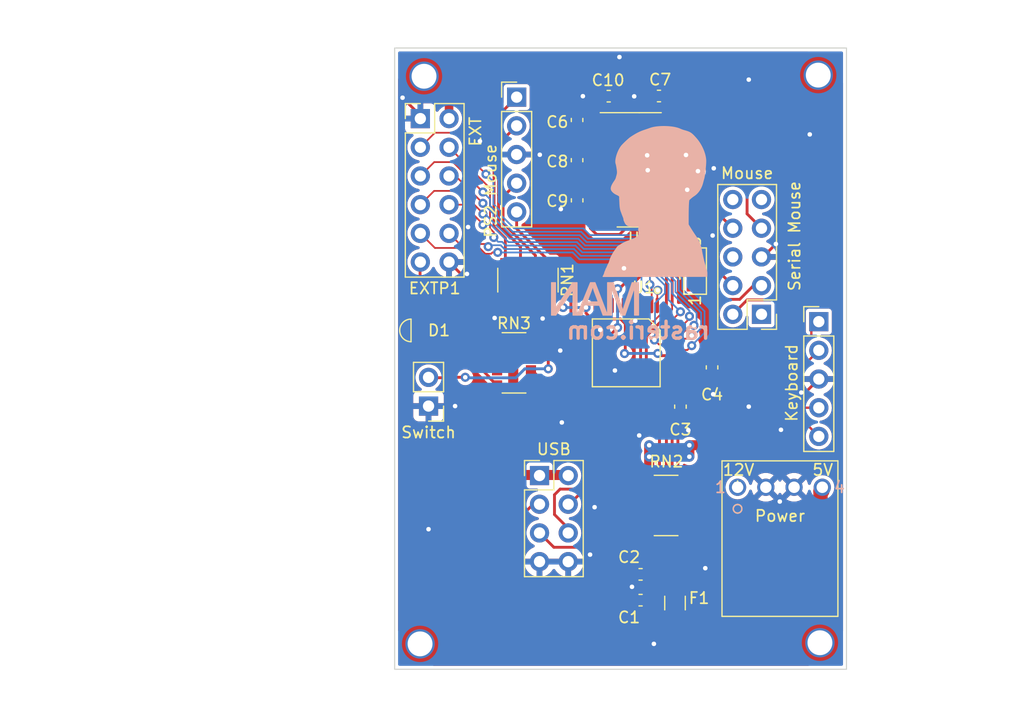
<source format=kicad_pcb>
(kicad_pcb (version 20211014) (generator pcbnew)
  (layers (0 "F.Cu" signal) (31 "B.Cu" signal) (34 "B.Paste" user) (35 "F.Paste" user) (36 "B.SilkS" user "B.Silkscreen") (37 "F.SilkS" user "F.Silkscreen") (38 "B.Mask" user) (39 "F.Mask" user) (44 "Edge.Cuts" user))
  (net 0 "")
  (net 1 "Net-(F1-Pad2)")
  (net 2 "GND")
  (net 3 "+5V")
  (net 4 "/DIN1-1")
  (net 5 "/DIN1-2")
  (net 6 "/DIN1-6")
  (net 7 "/DIN1-8")
  (net 8 "/DIN2-1")
  (net 9 "/DIN2-2")
  (net 10 "/DIN2-6")
  (net 11 "/DIN2-8")
  (net 12 "Net-(S1-Pad2)")
  (net 13 "Net-(C6-Pad1)")
  (net 14 "Net-(C6-Pad2)")
  (net 15 "Net-(C8-Pad1)")
  (net 16 "Net-(C8-Pad2)")
  (net 17 "Net-(C9-Pad1)")
  (net 18 "Net-(C10-Pad2)")
  (net 19 "/RXD_232")
  (net 20 "/DTR_232")
  (net 21 "/RTS_232")
  (net 25 "Net-(J2-Pad2A)")
  (net 26 "Net-(J2-Pad2B)")
  (net 27 "Net-(J2-Pad3A)")
  (net 28 "Net-(J2-Pad3B)")
  (net 30 "unconnected-(J4-Pad3)")
  (net 31 "/CTS_232")
  (net 32 "+3.3V")
  (net 33 "Net-(D1-Pad2)")
  (net 34 "Net-(D1-Pad3)")
  (net 35 "Net-(D1-Pad4)")
  (net 36 "Net-(RN3-Pad6)")
  (net 37 "Net-(RN3-Pad7)")
  (net 38 "Net-(RN3-Pad5)")
  (net 39 "/TXD_MCU")
  (net 40 "/DTR_MCU")
  (net 41 "/CTS_MCU")
  (net 42 "/RTS_MCU")
  (net 44 "/EXT1")
  (net 45 "/EXT2")
  (net 46 "/EXT3")
  (net 47 "/EXT4")
  (net 48 "/EXT5")
  (net 49 "/EXT6")
  (net 50 "/EXT7")
  (net 51 "/EXT8")
  (footprint "" (layer "F.Cu") (at 100.195 93.8)
    (fp_text reference "")
    (fp_text value "")
  )
  (footprint "MountingHole:MountingHole_2.2mm_M2_ISO7380_Pad_TopOnly" (layer "F.Cu") (at 134.75 120.1)
    (fp_text reference "REF**" hide)
    (fp_text value "MountingHole_2.2mm_M2_ISO7380_Pad_TopOnly")
  )
  (footprint "Connector_PinHeader_2.54mm:PinHeader_2x06_P2.54mm_Vertical" (layer "F.Cu") (at 99.375 73.7)
    (fp_text reference "EXT")
    (fp_text value "EXTP1")
  )
  (footprint "Capacitor_SMD:C_0603_1608Metric" (layer "F.Cu") (at 125.2 95.725 90)
    (fp_text reference "C4")
    (fp_text value "3.3u")
  )
  (footprint "Capacitor_SMD:C_0603_1608Metric" (layer "F.Cu") (at 120.5 71.7)
    (fp_text reference "C7")
    (fp_text value "1u")
  )
  (footprint "Connector_PinHeader_2.54mm:PinHeader_1x05_P2.54mm_Vertical" (layer "F.Cu") (at 134.65 91.675)
    (fp_text reference "Keyboard")
    (fp_text value "Keyboard")
  )
  (footprint "ps2usb:B3173BGR-20C0001Q3U1930" (layer "F.Cu") (at 98.8 92.45 180)
    (fp_text reference "D1")
    (fp_text value "B3173BGR-20C0001Q3U1930")
  )
  (footprint "Resistor_SMD:R_Array_Convex_4x1206" (layer "F.Cu") (at 107.668 95.322)
    (fp_text reference "RN3")
    (fp_text value "R_Pack04")
  )
  (footprint "MountingHole:MountingHole_2.2mm_M2_ISO7380_Pad_TopOnly" (layer "F.Cu") (at 99.35 120.2)
    (fp_text reference "REF**" hide)
    (fp_text value "MountingHole_2.2mm_M2_ISO7380_Pad_TopOnly")
  )
  (footprint "Capacitor_SMD:C_0603_1608Metric" (layer "F.Cu") (at 118.872 116.332)
    (fp_text reference "C1")
    (fp_text value "3.3u")
  )
  (footprint "Connector_PinHeader_2.54mm:PinHeader_2x04_P2.54mm_Vertical" (layer "F.Cu") (at 109.925 105.3)
    (fp_text reference "USB")
    (fp_text value "USB")
  )
  (footprint "MountingHole:MountingHole_2.2mm_M2_ISO7380_Pad_TopOnly" (layer "F.Cu") (at 99.7 69.95)
    (fp_text reference "REF**" hide)
    (fp_text value "MountingHole_2.2mm_M2_ISO7380_Pad_TopOnly")
  )
  (footprint "ps2usb:171826-4" (layer "F.Cu") (at 127.46 106.3364)
    (fp_text reference "Power")
    (fp_text value "CONN_171826-4_TYCO_TYC")
  )
  (footprint "Jumper:SolderJumper-3_P1.3mm_Open_Pad1.0x1.5mm_NumberLabels" (layer "F.Cu") (at 123.7 87.2 90)
    (fp_text reference "J1")
    (fp_text value "J1")
  )
  (footprint "ps2usb:QFP-12x12_14x14_Pitch0.5mm" (layer "F.Cu") (at 117.602 94.435 -90)
    (fp_text reference "U1")
    (fp_text value "CH559L-less")
  )
  (footprint "Resistor_SMD:R_Array_Convex_4x1206" (layer "F.Cu") (at 121.13 107.95 180)
    (fp_text reference "RN2")
    (fp_text value "R_Pack04")
  )
  (footprint "Package_SO:SOIC-16_3.9x9.9mm_P1.27mm" (layer "F.Cu") (at 118.75 78.2338)
    (fp_text reference "U2")
    (fp_text value "MAX232")
  )
  (footprint "" (layer "F.Cu") (at 100.145 91)
    (fp_text reference "")
    (fp_text value "")
  )
  (footprint "Capacitor_SMD:C_0603_1608Metric" (layer "F.Cu") (at 113.25 73.824 90)
    (fp_text reference "C6")
    (fp_text value "1u")
  )
  (footprint "Connector_PinHeader_2.54mm:PinHeader_1x05_P2.54mm_Vertical" (layer "F.Cu") (at 107.9 71.8)
    (fp_text reference "PS2 Mouse")
    (fp_text value "PS2 Mouse")
  )
  (footprint "Capacitor_SMD:C_0603_1608Metric" (layer "F.Cu") (at 116.05 71.7158)
    (fp_text reference "C10")
    (fp_text value "1u")
  )
  (footprint "Capacitor_SMD:C_0603_1608Metric" (layer "F.Cu") (at 113.256 80.936 -90)
    (fp_text reference "C9")
    (fp_text value "1u")
  )
  (footprint "Capacitor_SMD:C_0603_1608Metric" (layer "F.Cu") (at 118.872 114.046)
    (fp_text reference "C2")
    (fp_text value "3.3u")
  )
  (footprint "Connector_PinHeader_2.54mm:PinHeader_2x05_P2.54mm_Vertical" (layer "F.Cu") (at 129.575 91.025 180)
    (fp_text reference "Serial Mouse")
    (fp_text value "Mouse")
  )
  (footprint "MountingHole:MountingHole_2.2mm_M2_ISO7380_Pad_TopOnly" (layer "F.Cu") (at 134.6 69.85)
    (fp_text reference "REF**" hide)
    (fp_text value "MountingHole_2.2mm_M2_ISO7380_Pad_TopOnly")
  )
  (footprint "Capacitor_SMD:C_0603_1608Metric" (layer "F.Cu") (at 122.4 99.2 90)
    (fp_text reference "C3")
    (fp_text value "100n")
  )
  (footprint "Resistor_SMD:R_Array_Convex_4x1206" (layer "F.Cu") (at 108.9 88 -90)
    (fp_text reference "RN1")
    (fp_text value "R_Pack04")
  )
  (footprint "Capacitor_SMD:C_0603_1608Metric" (layer "F.Cu") (at 113.25 77.38 90)
    (fp_text reference "C8")
    (fp_text value "1u")
  )
  (footprint "Fuse:Fuse_1206_3216Metric" (layer "F.Cu") (at 121.92 116.586 -90)
    (fp_text reference "F1")
    (fp_text value "500mA")
  )
  (footprint "Connector_PinHeader_2.54mm:PinHeader_1x02_P2.54mm_Vertical" (layer "F.Cu") (at 100.1 99.15 180)
    (fp_text reference "Switch")
    (fp_text value "PinHeader_1x02_P2.54mm_Vertical")
  )
  (gr_poly (pts (xy 111.345587 90.484922) (xy 111.345587 88.217959) (xy 110.979249 88.217959) (xy 110.979249 91.105332) (xy 111.371191 91.105332) (xy 112.887753 88.8364) (xy 112.887753 91.105332) (xy 113.248876 91.105332) (xy 113.25409 91.092591) (xy 113.25409 88.217959) (xy 112.862147 88.217959)) (layer "B.SilkS") (width 0.08) (fill solid))
  (gr_poly (pts (xy 120.691761 74.399073) (xy 120.502285 74.410195) (xy 120.319031 74.427929) (xy 120.144436 74.452342) (xy 119.980934 74.483496) (xy 119.830962 74.521456) (xy 119.696957 74.566287) (xy 119.615781 74.59607) (xy 119.498938 74.636985) (xy 119.362052 74.683641) (xy 119.220749 74.730643) (xy 119.066954 74.784247) (xy 118.917089 74.843113) (xy 118.842957 74.874866) (xy 118.768998 74.90835) (xy 118.620524 74.981068) (xy 118.46951 75.062375) (xy 118.3138 75.153382) (xy 118.151237 75.255197) (xy 117.979665 75.368928) (xy 117.944472 75.394443) (xy 117.901942 75.427967) (xy 117.799379 75.514773) (xy 117.680984 75.620797) (xy 117.555768 75.737492) (xy 117.43274 75.856311) (xy 117.320911 75.968704) (xy 117.22929 76.066125) (xy 117.193874 76.106549) (xy 117.166888 76.140025) (xy 117.104383 76.228355) (xy 117.044571 76.323784) (xy 116.98783 76.425045) (xy 116.934541 76.530871) (xy 116.88508 76.639995) (xy 116.839828 76.751151) (xy 116.799161 76.863071) (xy 116.76346 76.974488) (xy 116.733102 77.084136) (xy 116.708466 77.190747) (xy 116.689931 77.293055) (xy 116.677875 77.389792) (xy 116.672677 77.479692) (xy 116.674715 77.561487) (xy 116.678567 77.59895) (xy 116.684369 77.633912) (xy 116.69217 77.666214) (xy 116.702016 77.695698) (xy 116.707285 77.711229) (xy 116.713368 77.732533) (xy 116.720049 77.758656) (xy 116.727113 77.788645) (xy 116.734341 77.821546) (xy 116.741517 77.856405) (xy 116.748425 77.892269) (xy 116.754848 77.928185) (xy 116.781865 78.090157) (xy 116.792667 78.159542) (xy 116.801696 78.222162) (xy 116.808977 78.278744) (xy 116.814533 78.330016) (xy 116.818387 78.376703) (xy 116.820565 78.419532) (xy 116.821088 78.45923) (xy 116.819982 78.496524) (xy 116.81727 78.532142) (xy 116.812975 78.566808) (xy 116.807122 78.601251) (xy 116.799734 78.636197) (xy 116.790836 78.672373) (xy 116.78045 78.710505) (xy 116.743898 78.842131) (xy 116.712466 78.958853) (xy 116.70867 78.97195) (xy 116.703884 78.986057) (xy 116.698134 79.001126) (xy 116.691444 79.017113) (xy 116.675347 79.051652) (xy 116.655794 79.089304) (xy 116.632986 79.129699) (xy 116.607122 79.172469) (xy 116.578404 79.217243) (xy 116.547032 79.263652) (xy 116.495184 79.340398) (xy 116.448812 79.41313) (xy 116.407873 79.482035) (xy 116.372324 79.547299) (xy 116.342122 79.609106) (xy 116.329013 79.638772) (xy 116.317224 79.667644) (xy 116.306751 79.695744) (xy 116.297588 79.723096) (xy 116.28973 79.749724) (xy 116.283171 79.77565) (xy 116.277905 79.800897) (xy 116.273929 79.82549) (xy 116.271235 79.84945) (xy 116.269819 79.872801) (xy 116.269676 79.895567) (xy 116.2708 79.917771) (xy 116.273186 79.939435) (xy 116.276828 79.960584) (xy 116.281721 79.981239) (xy 116.287859 80.001425) (xy 116.295238 80.021165) (xy 116.303852 80.040482) (xy 116.313696 80.059398) (xy 116.324764 80.077938) (xy 116.33705 80.096124) (xy 116.35055 80.11398) (xy 116.370862 80.138674) (xy 116.391333 80.162043) (xy 116.411939 80.184144) (xy 116.432655 80.205034) (xy 116.453458 80.224769) (xy 116.474322 80.243408) (xy 116.516136 80.277623) (xy 116.557904 80.308135) (xy 116.599429 80.335401) (xy 116.640516 80.359877) (xy 116.680969 80.38202) (xy 116.720593 80.402286) (xy 116.759192 80.421132) (xy 116.832534 80.45639) (xy 116.866886 80.473715) (xy 116.899431 80.491446) (xy 116.929973 80.51004) (xy 116.958318 80.529954) (xy 116.973654 80.542617) (xy 116.986072 80.555069) (xy 116.995872 80.567654) (xy 117.003353 80.580714) (xy 117.008817 80.594594) (xy 117.012563 80.609636) (xy 117.01489 80.626183) (xy 117.0161 80.644579) (xy 117.016365 80.68829) (xy 117.015758 80.743514) (xy 117.015877 80.776301) (xy 117.016678 80.812997) (xy 117.018461 80.853943) (xy 117.021526 80.899484) (xy 117.028872 81.028845) (xy 117.034794 81.163336) (xy 117.04166 81.301086) (xy 117.051836 81.440226) (xy 117.058905 81.509733) (xy 117.06769 81.578887) (xy 117.078486 81.647452) (xy 117.091589 81.715197) (xy 117.107295 81.781886) (xy 117.1259 81.847287) (xy 117.1477 81.911166) (xy 117.172991 81.973289) (xy 117.226523 82.122683) (xy 117.248024 82.180786) (xy 117.267997 82.23326) (xy 117.309297 82.337622) (xy 117.362308 82.468373) (xy 117.368162 82.4842) (xy 117.373238 82.50066) (xy 117.377622 82.5176) (xy 117.381405 82.534869) (xy 117.384674 82.552312) (xy 117.387519 82.56978) (xy 117.392293 82.604174) (xy 117.396437 82.636834) (xy 117.400661 82.66654) (xy 117.403025 82.679904) (xy 117.405676 82.692072) (xy 117.408703 82.702893) (xy 117.412195 82.712213) (xy 117.495614 82.90311) (xy 117.519172 82.951483) (xy 117.546202 82.995747) (xy 117.576976 83.036001) (xy 117.611765 83.072341) (xy 117.650844 83.104862) (xy 117.694484 83.133663) (xy 117.742957 83.158838) (xy 117.796535 83.180484) (xy 117.855492 83.198699) (xy 117.920099 83.213578) (xy 117.990629 83.225218) (xy 118.067354 83.233715) (xy 118.150547 83.239166) (xy 118.24048 83.241668) (xy 118.337424 83.241316) (xy 118.441653 83.238207) (xy 118.546659 83.233969) (xy 118.589089 83.232443) (xy 118.625396 83.231382) (xy 118.641393 83.231043) (xy 118.656026 83.23084) (xy 118.669352 83.23078) (xy 118.681425 83.230868) (xy 118.692302 83.231113) (xy 118.702037 83.23152) (xy 118.710688 83.232096) (xy 118.718309 83.232848) (xy 118.724956 83.233781) (xy 118.730685 83.234904) (xy 118.733222 83.235538) (xy 118.735551 83.236221) (xy 118.737678 83.236955) (xy 118.73961 83.237741) (xy 118.741355 83.238578) (xy 118.742918 83.239469) (xy 118.744308 83.240413) (xy 118.745531 83.241412) (xy 118.746593 83.242466) (xy 118.747503 83.243576) (xy 118.748267 83.244743) (xy 118.748891 83.245969) (xy 118.749384 83.247252) (xy 118.749751 83.248596) (xy 118.75 83.25) (xy 118.750137 83.251465) (xy 118.750107 83.254581) (xy 118.749714 83.257952) (xy 118.749016 83.261584) (xy 118.748067 83.265483) (xy 118.745642 83.274111) (xy 118.736223 83.307487) (xy 118.727885 83.339006) (xy 118.720617 83.368801) (xy 118.714412 83.397004) (xy 118.70926 83.423749) (xy 118.705151 83.44917) (xy 118.702078 83.473398) (xy 118.700031 83.496568) (xy 118.699001 83.518812) (xy 118.698978 83.540263) (xy 118.699955 83.561055) (xy 118.701921 83.58132) (xy 118.704869 83.601192) (xy 118.708788 83.620804) (xy 118.71367 83.640288) (xy 118.719506 83.659778) (xy 118.726189 83.681878) (xy 118.731919 83.703819) (xy 118.736701 83.725585) (xy 118.74054 83.747164) (xy 118.743444 83.76854) (xy 118.745418 83.7897) (xy 118.746466 83.81063) (xy 118.746597 83.831316) (xy 118.745814 83.851743) (xy 118.744124 83.871897) (xy 118.741533 83.891765) (xy 118.738047 83.911332) (xy 118.73367 83.930584) (xy 118.728411 83.949507) (xy 118.722273 83.968087) (xy 118.715263 83.98631) (xy 118.707386 84.004162) (xy 118.698649 84.021629) (xy 118.689057 84.038696) (xy 118.678617 84.055349) (xy 118.667333 84.071575) (xy 118.655212 84.08736) (xy 118.64226 84.102688) (xy 118.628481 84.117547) (xy 118.613883 84.131922) (xy 118.598471 84.145798) (xy 118.582251 84.159163) (xy 118.565228 84.172001) (xy 118.547409 84.184299) (xy 118.528799 84.196043) (xy 118.509404 84.207218) (xy 118.48923 84.21781) (xy 118.473828 84.225895) (xy 118.4573 84.235238) (xy 118.440165 84.245506) (xy 118.422936 84.256365) (xy 118.406131 84.267483) (xy 118.390266 84.278525) (xy 118.375856 84.28916) (xy 118.363418 84.299053) (xy 118.357288 84.303833) (xy 118.350231 84.308738) (xy 118.342331 84.313732) (xy 118.333671 84.318778) (xy 118.324336 84.323839) (xy 118.314408 84.32888) (xy 118.293107 84.338753) (xy 118.270434 84.348107) (xy 118.247058 84.356648) (xy 118.235314 84.360523) (xy 118.223643 84.364085) (xy 118.212131 84.367299) (xy 118.200859 84.370128) (xy 118.176494 84.376571) (xy 118.148554 84.385157) (xy 118.11802 84.395512) (xy 118.085878 84.407266) (xy 118.053112 84.420047) (xy 118.020706 84.433481) (xy 117.989644 84.447198) (xy 117.960911 84.460825) (xy 117.932404 84.474417) (xy 117.901992 84.488033) (xy 117.870613 84.501309) (xy 117.839207 84.513879) (xy 117.808711 84.525378) (xy 117.780064 84.535442) (xy 117.754205 84.543706) (xy 117.732073 84.549804) (xy 117.708475 84.556865) (xy 117.678008 84.567984) (xy 117.600665 84.600298) (xy 117.508434 84.642558) (xy 117.409706 84.690577) (xy 117.312871 84.740166) (xy 117.22632 84.787137) (xy 117.158443 84.827304) (xy 117.13413 84.843526) (xy 117.117631 84.856477) (xy 117.112964 84.860509) (xy 117.107394 84.864947) (xy 117.093835 84.87486) (xy 117.077537 84.885855) (xy 117.059084 84.897571) (xy 117.03906 84.909648) (xy 117.018047 84.921725) (xy 116.99663 84.933441) (xy 116.975391 84.944435) (xy 116.957756 84.953651) (xy 116.940911 84.963244) (xy 116.924759 84.973311) (xy 116.909204 84.983951) (xy 116.89415 84.995263) (xy 116.879502 85.007345) (xy 116.865163 85.020296) (xy 116.851037 85.034214) (xy 116.837029 85.049199) (xy 116.823042 85.065348) (xy 116.808981 85.082761) (xy 116.794749 85.101535) (xy 116.780251 85.12177) (xy 116.765391 85.143564) (xy 116.750072 85.167016) (xy 116.734198 85.192224) (xy 116.724346 85.207504) (xy 116.71086 85.227485) (xy 116.675402 85.278163) (xy 116.63264 85.337482) (xy 116.587391 85.39867) (xy 116.560788 85.435714) (xy 116.531897 85.478759) (xy 116.46928 85.579038) (xy 116.403604 85.69189) (xy 116.338933 85.809696) (xy 116.279331 85.924838) (xy 116.228862 86.029699) (xy 116.208322 86.075894) (xy 116.19159 86.116662) (xy 116.179172 86.15105) (xy 116.171578 86.178107) (xy 116.166069 86.201906) (xy 116.159574 86.227301) (xy 116.144155 86.281402) (xy 116.126386 86.337461) (xy 116.107332 86.392527) (xy 116.088057 86.44365) (xy 116.069627 86.487881) (xy 116.061061 86.50649) (xy 116.053105 86.52227) (xy 116.045893 86.534852) (xy 116.039558 86.543867) (xy 116.036612 86.547921) (xy 116.032985 86.553723) (xy 116.023893 86.570133) (xy 116.012691 86.592222) (xy 115.999791 86.619116) (xy 115.985603 86.649938) (xy 115.970539 86.683814) (xy 115.955007 86.719869) (xy 115.939421 86.757228) (xy 115.923816 86.794587) (xy 115.908234 86.830642) (xy 115.893089 86.864519) (xy 115.878795 86.895341) (xy 115.865766 86.922234) (xy 115.854417 86.944323) (xy 115.849501 86.953293) (xy 115.845161 86.960733) (xy 115.841448 86.966535) (xy 115.838414 86.970589) (xy 115.835697 86.973993) (xy 115.832917 86.97789) (xy 115.830094 86.982235) (xy 115.827247 86.986981) (xy 115.824398 86.992084) (xy 115.821566 86.997499) (xy 115.818773 87.00318) (xy 115.816038 87.009082) (xy 115.810824 87.021368) (xy 115.808386 87.027662) (xy 115.806088 87.033996) (xy 115.80395 87.040325) (xy 115.801993 87.046604) (xy 115.800237 87.052786) (xy 115.798702 87.058828) (xy 115.794921 87.072544) (xy 115.789423 87.089424) (xy 115.782469 87.108807) (xy 115.774322 87.130032) (xy 115.765241 87.152436) (xy 115.755488 87.175358) (xy 115.745325 87.198137) (xy 115.735012 87.220111) (xy 115.729925 87.230874) (xy 115.724979 87.241762) (xy 115.715617 87.263615) (xy 115.707131 87.285072) (xy 115.699726 87.305537) (xy 115.696492 87.315211) (xy 115.693606 87.324414) (xy 115.691092 87.333071) (xy 115.688977 87.341107) (xy 115.687285 87.348447) (xy 115.686043 87.355018) (xy 115.685276 87.360744) (xy 115.685009 87.365551) (xy 115.684644 87.370532) (xy 115.683586 87.376771) (xy 115.68187 87.384175) (xy 115.679531 87.392652) (xy 115.673129 87.41246) (xy 115.664663 87.435458) (xy 115.654417 87.460913) (xy 115.642675 87.48809) (xy 115.62972 87.516255) (xy 115.615836 87.544672) (xy 115.54673 87.681875) (xy 120.142181 87.676755) (xy 124.737633 87.671627) (xy 124.743273 87.406336) (xy 124.743424 87.385216) (xy 124.743 87.364654) (xy 124.742034 87.344634) (xy 124.74056 87.325137) (xy 124.736217 87.287643) (xy 124.730234 87.252029) (xy 124.722876 87.218154) (xy 124.714404 87.185876) (xy 124.705084 87.155053) (xy 124.695177 87.125545) (xy 124.654958 87.017812) (xy 124.646073 86.992746) (xy 124.638181 86.968143) (xy 124.631548 86.943862) (xy 124.626436 86.919761) (xy 124.618581 86.891395) (xy 124.611963 86.865686) (xy 124.606397 86.842274) (xy 124.601699 86.8208) (xy 124.59417 86.782226) (xy 124.587902 86.747089) (xy 124.581421 86.712511) (xy 124.577641 86.694534) (xy 124.573254 86.675618) (xy 124.568077 86.655405) (xy 124.561926 86.633533) (xy 124.554617 86.609645) (xy 124.545964 86.58338) (xy 124.514859 86.482838) (xy 124.479503 86.353057) (xy 124.441498 86.201114) (xy 124.40245 86.034084) (xy 124.363962 85.859044) (xy 124.327638 85.68307) (xy 124.295081 85.513237) (xy 124.267897 85.356622) (xy 124.254373 85.281881) (xy 124.237823 85.205271) (xy 124.2184 85.127171) (xy 124.196258 85.047958) (xy 124.171554 84.968012) (xy 124.144439 84.88771) (xy 124.115069 84.80743) (xy 124.083599 84.72755) (xy 124.050181 84.648448) (xy 124.014972 84.570503) (xy 123.978124 84.494092) (xy 123.939793 84.419593) (xy 123.900132 84.347385) (xy 123.859296 84.277845) (xy 123.817439 84.211352) (xy 123.774716 84.148284) (xy 123.70618 84.049483) (xy 123.631577 83.939382) (xy 123.474405 83.701042) (xy 123.323658 83.464799) (xy 123.257088 83.357318) (xy 123.199798 83.262186) (xy 123.091712 83.079307) (xy 123.090499 82.813941) (xy 123.090145 82.367585) (xy 123.093183 81.983289) (xy 123.099212 81.659492) (xy 123.107832 81.394634) (xy 123.11864 81.187157) (xy 123.12474 81.104448) (xy 123.131237 81.0355) (xy 123.138081 80.980117) (xy 123.145221 80.938104) (xy 123.152608 80.909267) (xy 123.156379 80.899729) (xy 123.160192 80.893411) (xy 123.16573 80.886914) (xy 123.17222 80.879849) (xy 123.1878 80.864144) (xy 123.206416 80.846556) (xy 123.227555 80.827343) (xy 123.32705 80.739422) (xy 123.355338 80.71489) (xy 123.387184 80.688507) (xy 123.421501 80.6611) (xy 123.457202 80.633497) (xy 123.493199 80.606525) (xy 123.528405 80.581012) (xy 123.561734 80.557785) (xy 123.592098 80.537672) (xy 123.661675 80.490232) (xy 123.728923 80.438646) (xy 123.79376 80.38304) (xy 123.856103 80.323536) (xy 123.915871 80.260259) (xy 123.97298 80.193332) (xy 124.02735 80.12288) (xy 124.078897 80.049026) (xy 124.12754 79.971894) (xy 124.173196 79.891607) (xy 124.215784 79.80829) (xy 124.25522 79.722067) (xy 124.291424 79.633061) (xy 124.324312 79.541397) (xy 124.353802 79.447197) (xy 124.379813 79.350586) (xy 124.405522 79.24943) (xy 124.43269 79.146751) (xy 124.458081 79.054549) (xy 124.478456 78.984826) (xy 124.490546 78.93857) (xy 124.503451 78.876479) (xy 124.530823 78.7128) (xy 124.558806 78.509808) (xy 124.585631 78.28352) (xy 124.609532 78.049952) (xy 124.62874 77.825121) (xy 124.64149 77.625046) (xy 124.646012 77.465744) (xy 124.641695 77.34662) (xy 124.629251 77.223037) (xy 124.608991 77.095717) (xy 124.581224 76.965384) (xy 124.546259 76.832762) (xy 124.504406 76.698575) (xy 124.455976 76.563547) (xy 124.401277 76.428401) (xy 124.340618 76.293861) (xy 124.274311 76.160651) (xy 124.202663 76.029495) (xy 124.125986 75.901117) (xy 124.044587 75.77624) (xy 123.958778 75.655588) (xy 123.868867 75.539885) (xy 123.775165 75.429854) (xy 123.633499 75.274161) (xy 123.570877 75.208508) (xy 123.512286 75.150057) (xy 123.456647 75.098112) (xy 123.402877 75.051975) (xy 123.349896 75.01095) (xy 123.296623 74.974343) (xy 123.241976 74.941456) (xy 123.184874 74.911593) (xy 123.124236 74.884057) (xy 123.058981 74.858154) (xy 122.988028 74.833186) (xy 122.910296 74.808458) (xy 122.824703 74.783273) (xy 122.730169 74.756935) (xy 122.683707 74.743684) (xy 122.635705 74.72897) (xy 122.587547 74.713286) (xy 122.540616 74.697119) (xy 122.496296 74.680961) (xy 122.455971 74.665302) (xy 122.421023 74.650631) (xy 122.392837 74.63744) (xy 122.275115 74.585965) (xy 122.139256 74.540461) (xy 121.987695 74.500991) (xy 121.82287 74.467621) (xy 121.647215 74.440413) (xy 121.463167 74.419433) (xy 121.273162 74.404745) (xy 121.079635 74.396412) (xy 120.885023 74.3945)) (layer "B.SilkS") (width 0.08) (fill solid))
  (gr_poly (pts (xy 117.440792 90.262361) (xy 117.359055 90.512004) (xy 117.327788 90.609866) (xy 117.302922 90.689756) (xy 117.274856 90.601741) (xy 117.239896 90.495261) (xy 117.198043 90.370318) (xy 117.149297 90.226909) (xy 116.457981 88.217959) (xy 115.943926 88.217959) (xy 115.943926 91.086623) (xy 115.951111 91.105332) (xy 116.312234 91.105332) (xy 116.312234 88.688683) (xy 117.151266 91.105332) (xy 117.495939 91.105332) (xy 118.331032 88.647322) (xy 118.331032 91.105332) (xy 118.69934 91.105332) (xy 118.69934 88.217959) (xy 118.124228 88.217959)) (layer "B.SilkS") (width 0.08) (fill solid))
  (gr_poly (pts (xy 113.25409 91.092591) (xy 113.25409 91.105332) (xy 113.684148 91.105332) (xy 114.020943 90.230847) (xy 115.228282 90.230847) (xy 115.545381 91.105332) (xy 115.943926 91.105332) (xy 115.943926 91.086623) (xy 115.495767 89.919658) (xy 115.117988 89.919658) (xy 114.139117 89.919658) (xy 114.44046 89.120017) (xy 114.504963 88.945958) (xy 114.560603 88.788147) (xy 114.60738 88.646585) (xy 114.627445 88.581897) (xy 114.645294 88.521272) (xy 114.659789 88.590637) (xy 114.675699 88.65988) (xy 114.693025 88.728999) (xy 114.711767 88.797995) (xy 114.731924 88.866868) (xy 114.753497 88.935618) (xy 114.776486 89.004245) (xy 114.80089 89.072749) (xy 115.117988 89.919658) (xy 115.495767 89.919658) (xy 114.84225 88.217959) (xy 114.430611 88.217959)) (layer "B.SilkS") (width 0.08) (fill solid))
  (gr_poly (pts (xy 137.1 122.45) (xy 97.1 122.45) (xy 97.1 67.45) (xy 137.1 67.45)) (layer "Edge.Cuts") (width 0.1) (fill none))
  (gr_text "rasteri.com" (at 118.662832 92.457532) (layer "B.SilkS") (effects (font (size 1.5 1.5) (thickness 0.3)) (justify mirror)))
  (segment (start 129.014 117.986) (end 134.8 112.2) (width 1.27) (layer "F.Cu") (net 1))
  (segment (start 121.92 117.986) (end 129.014 117.986) (width 1.27) (layer "F.Cu") (net 1))
  (segment (start 134.8 106.674) (end 134.96 106.674) (width 1.27) (layer "F.Cu") (net 1))
  (segment (start 134.8 112.2) (end 134.8 106.674) (width 1.27) (layer "F.Cu") (net 1))
  (segment (start 113.402 94.185) (end 111.809 94.185) (width 0.254) (layer "F.Cu") (net 2))
  (segment (start 103.5 87.45) (end 102.965 87.45) (width 0.25) (layer "F.Cu") (net 2))
  (segment (start 129.575 85.945) (end 129.705 85.945) (width 0.25) (layer "F.Cu") (net 2))
  (segment (start 122.4 100.586854) (end 122.4 99.975) (width 0.25) (layer "F.Cu") (net 2))
  (segment (start 129.705 85.945) (end 130.85 84.8) (width 0.25) (layer "F.Cu") (net 2))
  (segment (start 115.275 71.7158) (end 113.764 71.7158) (width 0.254) (layer "F.Cu") (net 2))
  (segment (start 131.1964 107.6) (end 132.46 106.3364) (width 0.25) (layer "F.Cu") (net 2))
  (segment (start 114.4 112.3) (end 113.78 112.92) (width 0.4064) (layer "F.Cu") (net 2))
  (segment (start 125.3 96.6) (end 125.2 96.5) (width 0.25) (layer "F.Cu") (net 2))
  (segment (start 133.455 97.95) (end 134.65 96.755) (width 0.25) (layer "F.Cu") (net 2))
  (segment (start 107.92 76.9) (end 107.9 76.88) (width 0.25) (layer "F.Cu") (net 2))
  (segment (start 131.1964 107.5728) (end 129.96 106.3364) (width 0.25) (layer "F.Cu") (net 2))
  (segment (start 97.8 71.85) (end 99.375 73.425) (width 0.25) (layer "F.Cu") (net 2))
  (segment (start 118.306327 71.728484) (end 119.696516 71.728484) (width 0.254) (layer "F.Cu") (net 2))
  (segment (start 111.811 81.711) (end 113.256 81.711) (width 0.25) (layer "F.Cu") (net 2))
  (segment (start 113.78 112.92) (end 112.465 112.92) (width 0.4064) (layer "F.Cu") (net 2))
  (segment (start 102.45 99.15) (end 100.1 99.15) (width 0.25) (layer "F.Cu") (net 2))
  (segment (start 133.1 97.95) (end 133.455 97.95) (width 0.25) (layer "F.Cu") (net 2))
  (segment (start 109.925 112.92) (end 112.465 112.92) (width 0.25) (layer "F.Cu") (net 2))
  (segment (start 121.253 75.0308) (end 121.225 75.0588) (width 0.254) (layer "F.Cu") (net 2))
  (segment (start 120.912737 75.0588) (end 121.225 75.0588) (width 0.254) (layer "F.Cu") (net 2))
  (segment (start 118.097 115.163) (end 118.097 116.332) (width 0.254) (layer "F.Cu") (net 2))
  (segment (start 109.95 76.9) (end 107.92 76.9) (width 0.25) (layer "F.Cu") (net 2))
  (segment (start 123.1 101.286854) (end 122.4 100.586854) (width 0.25) (layer "F.Cu") (net 2))
  (segment (start 118.11 114.059) (end 118.097 114.046) (width 0.254) (layer "F.Cu") (net 2))
  (segment (start 118.11 115.15) (end 118.11 114.059) (width 0.254) (layer "F.Cu") (net 2))
  (segment (start 131.1964 107.6) (end 131.1964 107.5728) (width 0.25) (layer "F.Cu") (net 2))
  (segment (start 111.809 94.185) (end 111.76 94.234) (width 0.254) (layer "F.Cu") (net 2))
  (segment (start 118.11 115.15) (end 118.097 115.163) (width 0.254) (layer "F.Cu") (net 2))
  (segment (start 102.965 87.45) (end 101.915 86.4) (width 0.25) (layer "F.Cu") (net 2))
  (segment (start 99.375 73.425) (end 99.375 73.7) (width 0.25) (layer "F.Cu") (net 2))
  (segment (start 119.696516 71.728484) (end 119.725 71.7) (width 0.254) (layer "F.Cu") (net 2))
  (segment (start 125.3 98.1) (end 125.3 96.6) (width 0.25) (layer "F.Cu") (net 2))
  (via (at 118.306327 71.728484) (size 0.8) (drill 0.4) (layers "F.Cu" "B.Cu") (net 2))
  (via (at 133.85 75.1) (size 0.8) (drill 0.4) (layers "F.Cu" "B.Cu") (net 2))
  (via (at 111.9 100.6) (size 0.8) (drill 0.4) (layers "F.Cu" "B.Cu") (net 2))
  (via (at 117 68.25) (size 0.8) (drill 0.4) (layers "F.Cu" "B.Cu") (net 2))
  (via (at 110.2 91.4) (size 0.8) (drill 0.4) (layers "F.Cu" "B.Cu") (net 2))
  (via (at 123 80) (size 0.8) (drill 0.4) (layers "F.Cu" "B.Cu") (net 2))
  (via (at 128.45 99.2) (size 0.8) (drill 0.4) (layers "F.Cu" "B.Cu") (net 2))
  (via (at 97.8 71.85) (size 0.8) (drill 0.4) (layers "F.Cu" "B.Cu") (net 2))
  (via (at 123.1 101.286854) (size 0.8) (drill 0.4) (layers "F.Cu" "B.Cu") (net 2))
  (via (at 128.45 70.25) (size 0.8) (drill 0.4) (layers "F.Cu" "B.Cu") (net 2))
  (via (at 118.11 115.15) (size 0.8) (drill 0.4) (layers "F.Cu" "B.Cu") (net 2))
  (via (at 105.95 91.35) (size 0.8) (drill 0.4) (layers "F.Cu" "B.Cu") (net 2))
  (via (at 115.3 92.4) (size 0.8) (drill 0.4) (layers "F.Cu" "B.Cu") (net 2))
  (via (at 109.95 76.9) (size 0.8) (drill 0.4) (layers "F.Cu" "B.Cu") (net 2))
  (via (at 100.1 110.05) (size 0.8) (drill 0.4) (layers "F.Cu" "B.Cu") (net 2))
  (via (at 104.65 75.7) (size 0.8) (drill 0.4) (layers "F.Cu" "B.Cu") (net 2))
  (via (at 116.6 96) (size 0.8) (drill 0.4) (layers "F.Cu" "B.Cu") (net 2))
  (via (at 124.6 113.5) (size 0.8) (drill 0.4) (layers "F.Cu" "B.Cu") (net 2))
  (via (at 133.1 97.95) (size 0.8) (drill 0.4) (layers "F.Cu" "B.Cu") (net 2))
  (via (at 102.45 99.15) (size 0.8) (drill 0.4) (layers "F.Cu" "B.Cu") (net 2))
  (via (at 130.85 84.8) (size 0.8) (drill 0.4) (layers "F.Cu" "B.Cu") (net 2))
  (via (at 118.4 91.6) (size 0.8) (drill 0.4) (layers "F.Cu" "B.Cu") (net 2))
  (via (at 131.3 101.25) (size 0.8) (drill 0.4) (layers "F.Cu" "B.Cu") (net 2))
  (via (at 103.6 83.3) (size 0.8) (drill 0.4) (layers "F.Cu" "B.Cu") (net 2))
  (via (at 111.811 81.711) (size 0.8) (drill 0.4) (layers "F.Cu" "B.Cu") (net 2))
  (via (at 131.1964 107.6) (size 0.8) (drill 0.4) (layers "F.Cu" "B.Cu") (net 2))
  (via (at 117.4 86.95) (size 0.8) (drill 0.4) (layers "F.Cu" "B.Cu") (net 2))
  (via (at 125.25 84.05) (size 0.8) (drill 0.4) (layers "F.Cu" "B.Cu") (net 2))
  (via (at 120.05 120.2) (size 0.8) (drill 0.4) (layers "F.Cu" "B.Cu") (net 2))
  (via (at 103.5 87.45) (size 0.8) (drill 0.4) (layers "F.Cu" "B.Cu") (net 2))
  (via (at 111.76 94.234) (size 0.8) (drill 0.4) (layers "F.Cu" "B.Cu") (net 2))
  (via (at 114.4 112.3) (size 0.8) (drill 0.4) (layers "F.Cu" "B.Cu") (net 2))
  (via (at 114.8 108.1) (size 0.8) (drill 0.4) (layers "F.Cu" "B.Cu") (net 2))
  (via (at 125.35 78.1) (size 0.8) (drill 0.4) (layers "F.Cu" "B.Cu") (net 2))
  (via (at 113.764 71.7158) (size 0.8) (drill 0.4) (layers "F.Cu" "B.Cu") (net 2))
  (via (at 118.75 101.75) (size 0.8) (drill 0.4) (layers "F.Cu" "B.Cu") (net 2))
  (via (at 125.3 98.1) (size 0.8) (drill 0.4) (layers "F.Cu" "B.Cu") (net 2))
  (segment (start 103.8 116.2) (end 105.456 117.856) (width 0.889) (layer "F.Cu") (net 3))
  (segment (start 123.5 98.4) (end 123.475 98.425) (width 0.762) (layer "F.Cu") (net 3))
  (segment (start 122.4 71.7) (end 120.15 69.45) (width 0.762) (layer "F.Cu") (net 3))
  (segment (start 123.1 95.4) (end 123.1 97.725) (width 0.25) (layer "F.Cu") (net 3))
  (segment (start 101.915 72.135) (end 101.915 73.7) (width 0.762) (layer "F.Cu") (net 3))
  (segment (start 123.1 97.725) (end 122.4 98.425) (width 0.25) (layer "F.Cu") (net 3))
  (segment (start 121.225 73.7888) (end 121.225 71.75) (width 0.4064) (layer "F.Cu") (net 3))
  (segment (start 119.647 115.062) (end 119.647 112.071) (width 0.889) (layer "F.Cu") (net 3))
  (segment (start 123.984 102.616) (end 124.75 101.85) (width 0.889) (layer "F.Cu") (net 3))
  (segment (start 124.75 101.85) (end 124.75 100.55) (width 0.889) (layer "F.Cu") (net 3))
  (segment (start 123.475 98.425) (end 122.4 98.425) (width 0.762) (layer "F.Cu") (net 3))
  (segment (start 121.92 115.186) (end 119.771 115.186) (width 0.889) (layer "F.Cu") (net 3))
  (segment (start 131.95 90.85) (end 134 88.8) (width 0.889) (layer "F.Cu") (net 3))
  (segment (start 121.225 71.75) (end 121.175 71.7) (width 0.25) (layer "F.Cu") (net 3))
  (segment (start 124.75 100.55) (end 131 94.3) (width 0.889) (layer "F.Cu") (net 3))
  (segment (start 123.5 98.4) (end 124.75 99.65) (width 0.889) (layer "F.Cu") (net 3))
  (segment (start 134 79.2) (end 134 88.8) (width 0.762) (layer "F.Cu") (net 3))
  (segment (start 103.836 105.25) (end 103.8 105.286) (width 0.889) (layer "F.Cu") (net 3))
  (segment (start 122.4 71.7) (end 121.175 71.7) (width 0.762) (layer "F.Cu") (net 3))
  (segment (start 103.8 105.286) (end 103.8 116.2) (width 0.889) (layer "F.Cu") (net 3))
  (segment (start 121.802 95.185) (end 122.885 95.185) (width 0.25) (layer "F.Cu") (net 3))
  (segment (start 119.771 115.186) (end 119.647 115.062) (width 0.889) (layer "F.Cu") (net 3))
  (segment (start 119.647 112.071) (end 119.63 112.054) (width 0.889) (layer "F.Cu") (net 3))
  (segment (start 124.75 99.65) (end 124.75 100.85) (width 0.889) (layer "F.Cu") (net 3))
  (segment (start 131.95 92.55) (end 131.95 90.85) (width 0.889) (layer "F.Cu") (net 3))
  (segment (start 122.4 71.7) (end 126.5 71.7) (width 0.762) (layer "F.Cu") (net 3))
  (segment (start 104.6 69.45) (end 101.915 72.135) (width 0.762) (layer "F.Cu") (net 3))
  (segment (start 106.9 89.5) (end 110.9 89.5) (width 0.889) (layer "F.Cu") (net 3))
  (segment (start 119.634 102.616) (end 119.634 106.172) (width 0.889) (layer "F.Cu") (net 3))
  (segment (start 107.6 101.486) (end 107.6 90.2) (width 0.889) (layer "F.Cu") (net 3))
  (segment (start 120.15 69.45) (end 104.6 69.45) (width 0.762) (layer "F.Cu") (net 3))
  (segment (start 122.885 95.185) (end 123.1 95.4) (width 0.25) (layer "F.Cu") (net 3))
  (segment (start 131 93.5) (end 131.95 92.55) (width 0.889) (layer "F.Cu") (net 3))
  (segment (start 119.63 112.054) (end 119.63 108.054) (width 0.889) (layer "F.Cu") (net 3))
  (segment (start 119.63 106.176) (end 119.63 108.054) (width 0.889) (layer "F.Cu") (net 3))
  (segment (start 110.04 105.25) (end 112.66 105.25) (width 0.889) (layer "F.Cu") (net 3))
  (segment (start 105.456 117.856) (end 119.126 117.856) (width 0.889) (layer "F.Cu") (net 3))
  (segment (start 103.836 105.25) (end 107.6 101.486) (width 0.889) (layer "F.Cu") (net 3))
  (segment (start 107.6 90.2) (end 106.9 89.5) (width 0.889) (layer "F.Cu") (net 3))
  (segment (start 119.126 117.856) (end 119.647 117.335) (width 0.889) (layer "F.Cu") (net 3))
  (segment (start 119.647 117.335) (end 119.647 115.062) (width 0.889) (layer "F.Cu") (net 3))
  (segment (start 110.04 105.25) (end 103.836 105.25) (width 0.889) (layer "F.Cu") (net 3))
  (segment (start 123.19 103.632) (end 123.19 102.616) (width 0.889) (layer "F.Cu") (net 3))
  (segment (start 123.19 102.616) (end 123.984 102.616) (width 0.889) (layer "F.Cu") (net 3))
  (segment (start 126.5 71.7) (end 134 79.2) (width 0.762) (layer "F.Cu") (net 3))
  (segment (start 119.634 106.172) (end 119.63 106.176) (width 0.889) (layer "F.Cu") (net 3))
  (segment (start 131 94.3) (end 131 93.5) (width 0.889) (layer "F.Cu") (net 3))
  (via (at 119.634 102.616) (size 0.8) (drill 0.4) (layers "F.Cu" "B.Cu") (net 3))
  (via (at 123.19 102.616) (size 0.8) (drill 0.4) (layers "F.Cu" "B.Cu") (net 3))
  (via (at 119.634 103.632) (size 0.8) (drill 0.4) (layers "F.Cu" "B.Cu") (net 3))
  (via (at 123.19 103.632) (size 0.8) (drill 0.4) (layers "F.Cu" "B.Cu") (net 3))
  (segment (start 122.936 102.87) (end 123.19 102.616) (width 0.889) (layer "B.Cu") (net 3))
  (segment (start 119.634 103.632) (end 123.19 103.632) (width 0.889) (layer "B.Cu") (net 3))
  (segment (start 119.634 102.616) (end 119.888 102.87) (width 0.889) (layer "B.Cu") (net 3))
  (segment (start 119.888 102.87) (end 122.936 102.87) (width 0.889) (layer "B.Cu") (net 3))
  (segment (start 111.88308 88.2) (end 107.9 88.2) (width 0.25) (layer "F.Cu") (net 4))
  (segment (start 112.7 91) (end 112.7 89.01692) (width 0.25) (layer "F.Cu") (net 4))
  (segment (start 112.2 91.5) (end 112.7 91) (width 0.25) (layer "F.Cu") (net 4))
  (segment (start 105.8952 80.28664) (end 105.8976 80.28424) (width 0.25) (layer "F.Cu") (net 4))
  (segment (start 106.9 86.5) (end 106.9 84.28816) (width 0.25) (layer "F.Cu") (net 4))
  (segment (start 112.585 92.185) (end 112.2 91.8) (width 0.25) (layer "F.Cu") (net 4))
  (segment (start 105.8976 80.28424) (end 105.8976 73.8024) (width 0.25) (layer "F.Cu") (net 4))
  (segment (start 105.8952 83.28336) (end 105.8952 80.28664) (width 0.25) (layer "F.Cu") (net 4))
  (segment (start 106.9 87.2) (end 106.9 86.5) (width 0.25) (layer "F.Cu") (net 4))
  (segment (start 106.9 84.28816) (end 105.8952 83.28336) (width 0.25) (layer "F.Cu") (net 4))
  (segment (start 112.2 91.8) (end 112.2 91.5) (width 0.25) (layer "F.Cu") (net 4))
  (segment (start 107.9 88.2) (end 106.9 87.2) (width 0.25) (layer "F.Cu") (net 4))
  (segment (start 112.7 89.01692) (end 111.88308 88.2) (width 0.25) (layer "F.Cu") (net 4))
  (segment (start 105.8976 73.8024) (end 107.9 71.8) (width 0.25) (layer "F.Cu") (net 4))
  (segment (start 113.402 92.185) (end 112.585 92.185) (width 0.25) (layer "F.Cu") (net 4))
  (segment (start 114.852 89.685) (end 112.4646 87.2976) (width 0.25) (layer "F.Cu") (net 5))
  (segment (start 109.56 86.5) (end 109.56 85.81) (width 0.25) (layer "F.Cu") (net 5))
  (segment (start 109.56 85.81) (end 106.7 82.95) (width 0.25) (layer "F.Cu") (net 5))
  (segment (start 114.852 90.235) (end 114.852 89.685) (width 0.25) (layer "F.Cu") (net 5))
  (segment (start 106.7 80.62) (end 107.9 79.42) (width 0.25) (layer "F.Cu") (net 5))
  (segment (start 106.7 82.95) (end 106.7 80.62) (width 0.25) (layer "F.Cu") (net 5))
  (segment (start 110.1976 87.2976) (end 109.56 86.66) (width 0.25) (layer "F.Cu") (net 5))
  (segment (start 112.4646 87.2976) (end 110.1976 87.2976) (width 0.25) (layer "F.Cu") (net 5))
  (segment (start 109.56 86.66) (end 109.56 86.5) (width 0.25) (layer "F.Cu") (net 5))
  (segment (start 108.24 86.5) (end 108.24 85.05908) (width 0.25) (layer "F.Cu") (net 6))
  (segment (start 106.297599 83.116679) (end 106.2976 80.45332) (width 0.25) (layer "F.Cu") (net 6))
  (segment (start 106.3 80.45092) (end 106.3 75.94) (width 0.25) (layer "F.Cu") (net 6))
  (segment (start 111.95216 87.7) (end 108.7 87.7) (width 0.25) (layer "F.Cu") (net 6))
  (segment (start 108.24 87.24) (end 108.24 86.5) (width 0.25) (layer "F.Cu") (net 6))
  (segment (start 108.24 85.05908) (end 106.297599 83.116679) (width 0.25) (layer "F.Cu") (net 6))
  (segment (start 113.402 91.685) (end 113.102401 91.385401) (width 0.25) (layer "F.Cu") (net 6))
  (segment (start 108.7 87.7) (end 108.24 87.24) (width 0.25) (layer "F.Cu") (net 6))
  (segment (start 113.102401 88.850241) (end 111.95216 87.7) (width 0.25) (layer "F.Cu") (net 6))
  (segment (start 106.3 75.94) (end 107.9 74.34) (width 0.25) (layer "F.Cu") (net 6))
  (segment (start 106.2976 80.45332) (end 106.3 80.45092) (width 0.25) (layer "F.Cu") (net 6))
  (segment (start 113.102401 91.385401) (end 113.102401 88.850241) (width 0.25) (layer "F.Cu") (net 6))
  (segment (start 112.567 86.5) (end 110.9 86.5) (width 0.25) (layer "F.Cu") (net 7))
  (segment (start 115.352 89.285) (end 112.567 86.5) (width 0.25) (layer "F.Cu") (net 7))
  (segment (start 107.9 83.45) (end 107.9 81.96) (width 0.25) (layer "F.Cu") (net 7))
  (segment (start 115.352 90.235) (end 115.352 89.285) (width 0.25) (layer "F.Cu") (net 7))
  (segment (start 110.9 86.45) (end 107.9 83.45) (width 0.25) (layer "F.Cu") (net 7))
  (segment (start 110.9 86.5) (end 110.9 86.45) (width 0.25) (layer "F.Cu") (net 7))
  (segment (start 121.115 97.185) (end 121.802 97.185) (width 0.254) (layer "F.Cu") (net 8))
  (segment (start 121.1 100.3) (end 121.1 97.2) (width 0.254) (layer "F.Cu") (net 8))
  (segment (start 122.174 101.346) (end 122.174 105.494) (width 0.254) (layer "F.Cu") (net 8))
  (segment (start 131.6444 96.5056) (end 133.3 94.85) (width 0.2032) (layer "F.Cu") (net 8))
  (segment (start 131.6444 97.6556) (end 131.6444 96.5056) (width 0.2032) (layer "F.Cu") (net 8))
  (segment (start 121.1 97.2) (end 121.115 97.185) (width 0.254) (layer "F.Cu") (net 8))
  (segment (start 122.174 105.494) (end 122.63 105.95) (width 0.254) (layer "F.Cu") (net 8))
  (segment (start 122.174 101.346) (end 122.146 101.346) (width 0.254) (layer "F.Cu") (net 8))
  (segment (start 122.63 105.95) (end 123.35 105.95) (width 0.2032) (layer "F.Cu") (net 8))
  (segment (start 122.63 105.95) (end 123.33 105.95) (width 0.25) (layer "F.Cu") (net 8))
  (segment (start 123.35 105.95) (end 131.6444 97.6556) (width 0.2032) (layer "F.Cu") (net 8))
  (segment (start 133.989 92.336) (end 134.65 91.675) (width 0.2032) (layer "F.Cu") (net 8))
  (segment (start 133.3 93.8) (end 133.989 93.111) (width 0.2032) (layer "F.Cu") (net 8))
  (segment (start 122.146 101.346) (end 121.1 100.3) (width 0.254) (layer "F.Cu") (net 8))
  (segment (start 133.989 93.111) (end 133.989 92.336) (width 0.2032) (layer "F.Cu") (net 8))
  (segment (start 133.3 94.85) (end 133.3 93.8) (width 0.2032) (layer "F.Cu") (net 8))
  (segment (start 123.334 107.218894) (end 123.334 107.906) (width 0.2032) (layer "F.Cu") (net 9))
  (segment (start 131.255 99.295) (end 130.502894 100.047106) (width 0.2032) (layer "F.Cu") (net 9))
  (segment (start 121.158 107.458) (end 122.31 108.61) (width 0.254) (layer "F.Cu") (net 9))
  (segment (start 123.334 107.906) (end 122.63 108.61) (width 0.2032) (layer "F.Cu") (net 9))
  (segment (start 121.158 101.854) (end 121.158 107.458) (width 0.254) (layer "F.Cu") (net 9))
  (segment (start 122.31 108.61) (end 122.63 108.61) (width 0.254) (layer "F.Cu") (net 9))
  (segment (start 119.352 100.048) (end 121.158 101.854) (width 0.254) (layer "F.Cu") (net 9))
  (segment (start 119.352 98.635) (end 119.352 100.048) (width 0.254) (layer "F.Cu") (net 9))
  (segment (start 130.502894 100.047106) (end 130.502894 100.05) (width 0.2032) (layer "F.Cu") (net 9))
  (segment (start 130.502894 100.05) (end 123.334 107.218894) (width 0.2032) (layer "F.Cu") (net 9))
  (segment (start 134.65 99.295) (end 131.255 99.295) (width 0.2032) (layer "F.Cu") (net 9))
  (segment (start 119.852 99.786) (end 121.666 101.6) (width 0.254) (layer "F.Cu") (net 10))
  (segment (start 122.19 107.29) (end 122.63 107.29) (width 0.254) (layer "F.Cu") (net 10))
  (segment (start 121.666 106.766) (end 122.19 107.29) (width 0.254) (layer "F.Cu") (net 10))
  (segment (start 132 96.865) (end 132 97.9) (width 0.2032) (layer "F.Cu") (net 10))
  (segment (start 122.63 107.27) (end 122.63 107.29) (width 0.2032) (layer "F.Cu") (net 10))
  (segment (start 134.65 94.215) (end 132 96.865) (width 0.2032) (layer "F.Cu") (net 10))
  (segment (start 121.666 101.6) (end 121.666 106.766) (width 0.254) (layer "F.Cu") (net 10))
  (segment (start 119.852 98.635) (end 119.852 99.786) (width 0.254) (layer "F.Cu") (net 10))
  (segment (start 132 97.9) (end 122.63 107.27) (width 0.2032) (layer "F.Cu") (net 10))
  (segment (start 123.7 108.948) (end 123.7 107.454341) (width 0.2032) (layer "F.Cu") (net 11))
  (segment (start 122.63 109.95) (end 122.698 109.95) (width 0.2032) (layer "F.Cu") (net 11))
  (segment (start 132.565 99.75) (end 134.65 101.835) (width 0.2032) (layer "F.Cu") (net 11))
  (segment (start 122.698 109.95) (end 123.7 108.948) (width 0.2032) (layer "F.Cu") (net 11))
  (segment (start 122.4 109.95) (end 122.63 109.95) (width 0.254) (layer "F.Cu") (net 11))
  (segment (start 134.65 101.835) (end 134.131 102.354) (width 0.2032) (layer "F.Cu") (net 11))
  (segment (start 123.7 107.454341) (end 131.404341 99.75) (width 0.2032) (layer "F.Cu") (net 11))
  (segment (start 120.546 108.096) (end 122.4 109.95) (width 0.254) (layer "F.Cu") (net 11))
  (segment (start 120.546 102.004) (end 118.852 100.31) (width 0.254) (layer "F.Cu") (net 11))
  (segment (start 118.852 100.31) (end 118.852 98.635) (width 0.254) (layer "F.Cu") (net 11))
  (segment (start 120.546 102.004) (end 120.546 108.096) (width 0.254) (layer "F.Cu") (net 11))
  (segment (start 131.404341 99.75) (end 132.565 99.75) (width 0.2032) (layer "F.Cu") (net 11))
  (segment (start 110.7 95.85) (end 110.7 93.516) (width 0.254) (layer "F.Cu") (net 12))
  (segment (start 111.031 93.185) (end 113.402 93.185) (width 0.254) (layer "F.Cu") (net 12))
  (segment (start 110.7 93.516) (end 111.031 93.185) (width 0.254) (layer "F.Cu") (net 12))
  (segment (start 101.5 96.6) (end 101.46 96.64) (width 0.254) (layer "F.Cu") (net 12))
  (segment (start 101.46 96.64) (end 100.1 96.64) (width 0.254) (layer "F.Cu") (net 12))
  (segment (start 103.35 96.6) (end 101.5 96.6) (width 0.254) (layer "F.Cu") (net 12))
  (via (at 110.7 95.85) (size 0.8) (drill 0.4) (layers "F.Cu" "B.Cu") (net 12))
  (via (at 103.35 96.6) (size 0.8) (drill 0.4) (layers "F.Cu" "B.Cu") (net 12))
  (segment (start 103.35 96.6) (end 103.4 96.65) (width 0.254) (layer "B.Cu") (net 12))
  (segment (start 108.62 95.85) (end 110.7 95.85) (width 0.254) (layer "B.Cu") (net 12))
  (segment (start 103.4 96.65) (end 107.82 96.65) (width 0.254) (layer "B.Cu") (net 12))
  (segment (start 107.82 96.65) (end 108.62 95.85) (width 0.254) (layer "B.Cu") (net 12))
  (segment (start 114.9798 76.3288) (end 113.25 74.599) (width 0.254) (layer "F.Cu") (net 13))
  (segment (start 116.275 76.3288) (end 114.9798 76.3288) (width 0.254) (layer "F.Cu") (net 13))
  (segment (start 114.005 73.049) (end 113.25 73.049) (width 0.254) (layer "F.Cu") (net 14))
  (segment (start 114.7448 73.7888) (end 114.005 73.049) (width 0.254) (layer "F.Cu") (net 14))
  (segment (start 116.275 73.7888) (end 114.7448 73.7888) (width 0.254) (layer "F.Cu") (net 14))
  (segment (start 116.275 78.8688) (end 115.2528 78.8688) (width 0.254) (layer "F.Cu") (net 15))
  (segment (start 113.263 78.142) (end 113.25 78.155) (width 0.254) (layer "F.Cu") (net 15))
  (segment (start 115.2528 78.8688) (end 114.526 78.142) (width 0.254) (layer "F.Cu") (net 15))
  (segment (start 114.526 78.142) (end 113.263 78.142) (width 0.254) (layer "F.Cu") (net 15))
  (segment (start 113.25 76.605) (end 114.005 76.605) (width 0.254) (layer "F.Cu") (net 16))
  (segment (start 114.9988 77.5988) (end 116.275 77.5988) (width 0.254) (layer "F.Cu") (net 16))
  (segment (start 114.005 76.605) (end 114.9988 77.5988) (width 0.254) (layer "F.Cu") (net 16))
  (segment (start 116.275 80.1388) (end 114.32 80.1388) (width 0.254) (layer "F.Cu") (net 17))
  (segment (start 114.2978 80.161) (end 114.32 80.1388) (width 0.254) (layer "F.Cu") (net 17))
  (segment (start 113.256 80.161) (end 114.2978 80.161) (width 0.254) (layer "F.Cu") (net 17))
  (segment (start 118.25 74.2338) (end 118.25 72.8998) (width 0.254) (layer "F.Cu") (net 18))
  (segment (start 116.275 75.0588) (end 117.425 75.0588) (width 0.254) (layer "F.Cu") (net 18))
  (segment (start 117.066 71.7158) (end 116.825 71.7158) (width 0.254) (layer "F.Cu") (net 18))
  (segment (start 117.425 75.0588) (end 118.25 74.2338) (width 0.254) (layer "F.Cu") (net 18))
  (segment (start 118.25 72.8998) (end 117.066 71.7158) (width 0.254) (layer "F.Cu") (net 18))
  (segment (start 130.35 89.75) (end 128.31 89.75) (width 0.254) (layer "F.Cu") (net 19))
  (segment (start 131.7 88.4) (end 130.35 89.75) (width 0.254) (layer "F.Cu") (net 19))
  (segment (start 126.9 76.25) (end 131.7 81.05) (width 0.254) (layer "F.Cu") (net 19))
  (segment (start 122.1335 76.2405) (end 123.17339 76.2405) (width 0.254) (layer "F.Cu") (net 19))
  (segment (start 131.7 81.05) (end 131.7 88.4) (width 0.254) (layer "F.Cu") (net 19))
  (segment (start 123.17339 76.2405) (end 123.18289 76.25) (width 0.254) (layer "F.Cu") (net 19))
  (segment (start 122.0452 76.3288) (end 122.1335 76.2405) (width 0.254) (layer "F.Cu") (net 19))
  (segment (start 121.225 76.3288) (end 122.0452 76.3288) (width 0.254) (layer "F.Cu") (net 19))
  (segment (start 123.18289 76.25) (end 126.9 76.25) (width 0.254) (layer "F.Cu") (net 19))
  (segment (start 128.31 89.75) (end 127.035 91.025) (width 0.254) (layer "F.Cu") (net 19))
  (segment (start 121.9218 77.5988) (end 123.952 79.629) (width 0.25) (layer "F.Cu") (net 20))
  (segment (start 123.952 79.629) (end 123.952 83.8432) (width 0.25) (layer "F.Cu") (net 20))
  (segment (start 124.45 85.9) (end 127.035 88.485) (width 0.25) (layer "F.Cu") (net 20))
  (segment (start 121.225 77.5988) (end 121.9218 77.5988) (width 0.25) (layer "F.Cu") (net 20))
  (segment (start 122.3 86.8) (end 122.7 87.2) (width 0.25) (layer "F.Cu") (net 20))
  (segment (start 122.7 87.2) (end 123.7 87.2) (width 0.25) (layer "F.Cu") (net 20))
  (segment (start 122.3 85.4952) (end 122.3 86.8) (width 0.25) (layer "F.Cu") (net 20))
  (segment (start 123.7 85.9) (end 124.45 85.9) (width 0.25) (layer "F.Cu") (net 20))
  (segment (start 123.952 83.8432) (end 122.3 85.4952) (width 0.25) (layer "F.Cu") (net 20))
  (segment (start 117.856 82.2288) (end 117.856 78.5458) (width 0.254) (layer "F.Cu") (net 21))
  (segment (start 116.275 82.6788) (end 117.406 82.6788) (width 0.254) (layer "F.Cu") (net 21))
  (segment (start 128.3 82.13) (end 129.575 83.405) (width 0.254) (layer "F.Cu") (net 21))
  (segment (start 117.406 82.6788) (end 117.856 82.2288) (width 0.254) (layer "F.Cu") (net 21))
  (segment (start 122.891973 76.9199) (end 125.7199 76.9199) (width 0.254) (layer "F.Cu") (net 21))
  (segment (start 125.7199 76.9199) (end 128.3 79.5) (width 0.254) (layer "F.Cu") (net 21))
  (segment (start 128.3 79.5) (end 128.3 82.13) (width 0.254) (layer "F.Cu") (net 21))
  (segment (start 117.856 78.5458) (end 119.4536 76.9482) (width 0.254) (layer "F.Cu") (net 21))
  (via (at 119.4536 76.9482) (size 0.8) (drill 0.4) (layers "F.Cu" "B.Cu") (net 21))
  (via (at 122.891973 76.9199) (size 0.8) (drill 0.4) (layers "F.Cu" "B.Cu") (net 21))
  (segment (start 122.891973 76.9199) (end 122.863673 76.9482) (width 0.254) (layer "B.Cu") (net 21))
  (segment (start 122.863673 76.9482) (end 119.4536 76.9482) (width 0.254) (layer "B.Cu") (net 21))
  (segment (start 116.812 106.188) (end 116.812 100.866) (width 0.25) (layer "F.Cu") (net 25))
  (segment (start 113.41 107) (end 116 107) (width 0.25) (layer "F.Cu") (net 25))
  (segment (start 116 107) (end 116.812 106.188) (width 0.25) (layer "F.Cu") (net 25))
  (segment (start 116.812 100.866) (end 117.352 100.326) (width 0.25) (layer "F.Cu") (net 25))
  (segment (start 117.352 100.326) (end 117.352 98.635) (width 0.25) (layer "F.Cu") (net 25))
  (segment (start 112.66 107.75) (end 113.41 107) (width 0.25) (layer "F.Cu") (net 25))
  (segment (start 118.11 101.092) (end 118.352 100.85) (width 0.254) (layer "F.Cu") (net 26))
  (segment (start 117.828 101.374) (end 117.828 106.708) (width 0.25) (layer "F.Cu") (net 26))
  (segment (start 107.75 109.45) (end 109.36 107.84) (width 0.25) (layer "F.Cu") (net 26))
  (segment (start 118.11 101.092) (end 117.828 101.374) (width 0.25) (layer "F.Cu") (net 26))
  (segment (start 117.828 106.708) (end 116.84 107.696) (width 0.25) (layer "F.Cu") (net 26))
  (segment (start 109.3 115.55) (end 107.75 114) (width 0.25) (layer "F.Cu") (net 26))
  (segment (start 116.84 111.56) (end 112.85 115.55) (width 0.25) (layer "F.Cu") (net 26))
  (segment (start 116.84 107.696) (end 116.84 111.56) (width 0.25) (layer "F.Cu") (net 26))
  (segment (start 107.75 114) (end 107.75 109.45) (width 0.25) (layer "F.Cu") (net 26))
  (segment (start 112.85 115.55) (end 109.3 115.55) (width 0.25) (layer "F.Cu") (net 26))
  (segment (start 109.36 107.84) (end 109.925 107.84) (width 0.25) (layer "F.Cu") (net 26))
  (segment (start 118.352 100.85) (end 118.352 98.635) (width 0.254) (layer "F.Cu") (net 26))
  (segment (start 112.66 109.75) (end 112.25 109.75) (width 0.25) (layer "F.Cu") (net 27))
  (segment (start 116.852 100.064) (end 116.852 98.635) (width 0.25) (layer "F.Cu") (net 27))
  (segment (start 116.25 100.666) (end 116.852 100.064) (width 0.25) (layer "F.Cu") (net 27))
  (segment (start 116.25 105.75) (end 116.25 100.666) (width 0.25) (layer "F.Cu") (net 27))
  (segment (start 115.5 106.5) (end 116.25 105.75) (width 0.25) (layer "F.Cu") (net 27))
  (segment (start 112.25 109.75) (end 111.25 108.75) (width 0.25) (layer "F.Cu") (net 27))
  (segment (start 111.25 108.75) (end 111.25 107) (width 0.25) (layer "F.Cu") (net 27))
  (segment (start 111.25 107) (end 111.75 106.5) (width 0.25) (layer "F.Cu") (net 27))
  (segment (start 111.75 106.5) (end 115.5 106.5) (width 0.25) (layer "F.Cu") (net 27))
  (segment (start 117.852 100.588) (end 117.852 98.635) (width 0.25) (layer "F.Cu") (net 28))
  (segment (start 109.925 110.38) (end 111.195 111.65) (width 0.25) (layer "F.Cu") (net 28))
  (segment (start 116.4376 107.3364) (end 116.737 107.037) (width 0.25) (layer "F.Cu") (net 28))
  (segment (start 117.32 106.454) (end 117.32 101.12) (width 0.25) (layer "F.Cu") (net 28))
  (segment (start 111.195 111.65) (end 113.45 111.65) (width 0.25) (layer "F.Cu") (net 28))
  (segment (start 117.32 101.12) (end 117.852 100.588) (width 0.25) (layer "F.Cu") (net 28))
  (segment (start 113.45 111.65) (end 116.332 108.768) (width 0.25) (layer "F.Cu") (net 28))
  (segment (start 116.332 108.768) (end 116.332 107.442) (width 0.25) (layer "F.Cu") (net 28))
  (segment (start 116.332 107.442) (end 117.32 106.454) (width 0.25) (layer "F.Cu") (net 28))
  (segment (start 127.65 89.7) (end 128.865 88.485) (width 0.25) (layer "F.Cu") (net 30))
  (segment (start 123.7 88.5) (end 125.05 88.5) (width 0.25) (layer "F.Cu") (net 30))
  (segment (start 125.05 88.5) (end 126.25 89.7) (width 0.25) (layer "F.Cu") (net 30))
  (segment (start 123.7 88.5) (end 123.7 88.8) (width 0.25) (layer "F.Cu") (net 30))
  (segment (start 126.25 89.7) (end 127.65 89.7) (width 0.25) (layer "F.Cu") (net 30))
  (segment (start 128.865 88.485) (end 129.575 88.485) (width 0.25) (layer "F.Cu") (net 30))
  (segment (start 114.4244 81.8758) (end 114.4244 83.3998) (width 0.254) (layer "F.Cu") (net 31))
  (segment (start 125 81.37) (end 127.035 83.405) (width 0.25) (layer "F.Cu") (net 31))
  (segment (start 118.45 82.5238) (end 118.45 79.3234) (width 0.254) (layer "F.Cu") (net 31))
  (segment (start 114.4244 83.3998) (end 114.9832 83.9586) (width 0.254) (layer "F.Cu") (net 31))
  (segment (start 123.95 78.35) (end 125 79.4) (width 0.25) (layer "F.Cu") (net 31))
  (segment (start 114.8914 81.4088) (end 114.4244 81.8758) (width 0.254) (layer "F.Cu") (net 31))
  (segment (start 125 79.4) (end 125 81.37) (width 0.25) (layer "F.Cu") (net 31))
  (segment (start 116.275 81.4088) (end 114.8914 81.4088) (width 0.254) (layer "F.Cu") (net 31))
  (segment (start 117.0152 83.9586) (end 118.45 82.5238) (width 0.254) (layer "F.Cu") (net 31))
  (segment (start 114.9832 83.9586) (end 117.0152 83.9586) (width 0.254) (layer "F.Cu") (net 31))
  (segment (start 118.45 79.3234) (end 119.5044 78.269) (width 0.254) (layer "F.Cu") (net 31))
  (via (at 123.95 78.35) (size 0.8) (drill 0.4) (layers "F.Cu" "B.Cu") (net 31))
  (via (at 119.5044 78.269) (size 0.8) (drill 0.4) (layers "F.Cu" "B.Cu") (net 31))
  (segment (start 123.95 78.35) (end 123.8182 78.2182) (width 0.254) (layer "B.Cu") (net 31))
  (segment (start 123.8182 78.2182) (end 119.5552 78.2182) (width 0.254) (layer "B.Cu") (net 31))
  (segment (start 119.5552 78.2182) (end 119.5044 78.269) (width 0.254) (layer "B.Cu") (net 31))
  (segment (start 99.35 88.1) (end 99.35 86.425) (width 0.25) (layer "F.Cu") (net 32))
  (segment (start 121.802 94.685) (end 120.593 94.685) (width 0.254) (layer "F.Cu") (net 32))
  (segment (start 117.45 94.5) (end 117.5174 94.4326) (width 0.25) (layer "F.Cu") (net 32))
  (segment (start 117.094 91.44) (end 114.554 91.44) (width 0.25) (layer "F.Cu") (net 32))
  (segment (start 114.554 91.44) (end 114.046 90.932) (width 0.25) (layer "F.Cu") (net 32))
  (segment (start 111.781259 88.667259) (end 101.423306 88.667259) (width 0.25) (layer "F.Cu") (net 32))
  (segment (start 112.014 88.9) (end 111.781259 88.667259) (width 0.25) (layer "F.Cu") (net 32))
  (segment (start 99.917259 88.667259) (end 99.35 88.1) (width 0.25) (layer "F.Cu") (net 32))
  (segment (start 101.423306 88.667259) (end 99.040565 91.05) (width 0.25) (layer "F.Cu") (net 32))
  (segment (start 112.014 90.424) (end 112.014 88.9) (width 0.25) (layer "F.Cu") (net 32))
  (segment (start 117.5174 94.4326) (end 117.5174 91.8634) (width 0.25) (layer "F.Cu") (net 32))
  (segment (start 121.802 94.685) (end 124.935 94.685) (width 0.254) (layer "F.Cu") (net 32))
  (segment (start 99.35 86.425) (end 99.375 86.4) (width 0.25) (layer "F.Cu") (net 32))
  (segment (start 101.423306 88.667259) (end 99.917259 88.667259) (width 0.25) (layer "F.Cu") (net 32))
  (segment (start 117.5174 91.8634) (end 117.094 91.44) (width 0.25) (layer "F.Cu") (net 32))
  (segment (start 120.593 94.685) (end 120.396 94.488) (width 0.254) (layer "F.Cu") (net 32))
  (segment (start 114.046 90.932) (end 114.046 90.424) (width 0.25) (layer "F.Cu") (net 32))
  (segment (start 99.040565 91.05) (end 98.8 91.05) (width 0.25) (layer "F.Cu") (net 32))
  (segment (start 124.935 94.685) (end 125.2 94.95) (width 0.254) (layer "F.Cu") (net 32))
  (via (at 120.396 94.488) (size 0.8) (drill 0.4) (layers "F.Cu" "B.Cu") (net 32))
  (via (at 112.014 90.424) (size 0.8) (drill 0.4) (layers "F.Cu" "B.Cu") (net 32))
  (via (at 117.45 94.5) (size 0.8) (drill 0.4) (layers "F.Cu" "B.Cu") (net 32))
  (via (at 114.046 90.424) (size 0.8) (drill 0.4) (layers "F.Cu" "B.Cu") (net 32))
  (segment (start 117.462 94.488) (end 120.396 94.488) (width 0.25) (layer "B.Cu") (net 32))
  (segment (start 112.014 90.424) (end 114.046 90.424) (width 0.25) (layer "B.Cu") (net 32))
  (segment (start 117.45 94.5) (end 117.462 94.488) (width 0.25) (layer "B.Cu") (net 32))
  (segment (start 102.05 93.05) (end 101 92) (width 0.254) (layer "F.Cu") (net 33))
  (segment (start 101 92) (end 100.145 91.145) (width 0.254) (layer "F.Cu") (net 33))
  (segment (start 105.896 93.05) (end 102.05 93.05) (width 0.254) (layer "F.Cu") (net 33))
  (segment (start 106.168 93.322) (end 105.896 93.05) (width 0.254) (layer "F.Cu") (net 33))
  (segment (start 101 92) (end 99.125 92) (width 0.254) (layer "F.Cu") (net 33))
  (segment (start 106.168 93.322) (end 106.168 94.662) (width 0.25) (layer "F.Cu") (net 33))
  (segment (start 100.145 91.145) (end 100.145 91) (width 0.254) (layer "F.Cu") (net 33))
  (segment (start 100.7 92.9) (end 101.5 93.7) (width 0.25) (layer "F.Cu") (net 34))
  (segment (start 106.168 95.982) (end 105.888 95.982) (width 0.25) (layer "F.Cu") (net 34))
  (segment (start 105.888 95.982) (end 103.706 93.8) (width 0.25) (layer "F.Cu") (net 34))
  (segment (start 99.125 92.9) (end 100.7 92.9) (width 0.25) (layer "F.Cu") (net 34))
  (segment (start 103.706 93.8) (end 101.5 93.8) (width 0.25) (layer "F.Cu") (net 34))
  (segment (start 101.5 93.7) (end 101.5 93.8) (width 0.25) (layer "F.Cu") (net 34))
  (segment (start 101.5 93.8) (end 100.195 93.8) (width 0.25) (layer "F.Cu") (net 34))
  (segment (start 98.75 93.9) (end 98.8 93.85) (width 0.25) (layer "F.Cu") (net 35))
  (segment (start 98.75 94.35) (end 98.75 93.9) (width 0.25) (layer "F.Cu") (net 35))
  (segment (start 103.45 94.55) (end 98.95 94.55) (width 0.25) (layer "F.Cu") (net 35))
  (segment (start 105.4406 96.5406) (end 103.45 94.55) (width 0.25) (layer "F.Cu") (net 35))
  (segment (start 98.95 94.55) (end 98.75 94.35) (width 0.25) (layer "F.Cu") (net 35))
  (segment (start 105.4406 96.5946) (end 105.4406 96.5406) (width 0.25) (layer "F.Cu") (net 35))
  (segment (start 106.168 97.322) (end 105.4406 96.5946) (width 0.25) (layer "F.Cu") (net 35))
  (segment (start 115.25 97.5) (end 114.5 97.5) (width 0.254) (layer "F.Cu") (net 36))
  (segment (start 115.352 97.602) (end 115.25 97.5) (width 0.254) (layer "F.Cu") (net 36))
  (segment (start 109.256736 95.982) (end 109.168 95.982) (width 0.254) (layer "F.Cu") (net 36))
  (segment (start 114.5 97.5) (end 113.956 98.044) (width 0.254) (layer "F.Cu") (net 36))
  (segment (start 115.352 98.635) (end 115.352 97.602) (width 0.254) (layer "F.Cu") (net 36))
  (segment (start 111.318736 98.044) (end 109.256736 95.982) (width 0.254) (layer "F.Cu") (net 36))
  (segment (start 113.956 98.044) (end 111.318736 98.044) (width 0.254) (layer "F.Cu") (net 36))
  (segment (start 109.168 93.322) (end 109.168 94.662) (width 0.25) (layer "F.Cu") (net 37))
  (segment (start 109.805 92.685) (end 109.168 93.322) (width 0.25) (layer "F.Cu") (net 37))
  (segment (start 109.168 93.322) (end 109.168 93.06) (width 0.254) (layer "F.Cu") (net 37))
  (segment (start 113.402 92.685) (end 109.805 92.685) (width 0.254) (layer "F.Cu") (net 37))
  (segment (start 111.335 98.635) (end 110.49 97.79) (width 0.254) (layer "F.Cu") (net 38))
  (segment (start 110.022 97.322) (end 110.49 97.79) (width 0.25) (layer "F.Cu") (net 38))
  (segment (start 109.168 97.322) (end 110.022 97.322) (width 0.25) (layer "F.Cu") (net 38))
  (segment (start 114.852 98.635) (end 111.335 98.635) (width 0.254) (layer "F.Cu") (net 38))
  (segment (start 119.888 86.612) (end 119.888 80.5778) (width 0.254) (layer "F.Cu") (net 39))
  (segment (start 119.888 80.5778) (end 120.327 80.1388) (width 0.254) (layer "F.Cu") (net 39))
  (segment (start 120.327 80.1388) (end 121.225 80.1388) (width 0.254) (layer "F.Cu") (net 39))
  (segment (start 117.852 88.648) (end 119.888 86.612) (width 0.254) (layer "F.Cu") (net 39))
  (segment (start 117.852 90.235) (end 117.852 88.648) (width 0.254) (layer "F.Cu") (net 39))
  (segment (start 116.84 92.202) (end 115.57 93.472) (width 0.25) (layer "F.Cu") (net 40))
  (segment (start 119.126 86.624) (end 119.126 80.0698) (width 0.254) (layer "F.Cu") (net 40))
  (segment (start 115.57 94.996) (end 114.881 95.685) (width 0.25) (layer "F.Cu") (net 40))
  (segment (start 119.126 80.0698) (end 120.327 78.8688) (width 0.254) (layer "F.Cu") (net 40))
  (segment (start 115.57 93.472) (end 115.57 94.996) (width 0.25) (layer "F.Cu") (net 40))
  (segment (start 116.99 88.76) (end 119.126 86.624) (width 0.254) (layer "F.Cu") (net 40))
  (segment (start 116.84 88.76) (end 116.99 88.76) (width 0.254) (layer "F.Cu") (net 40))
  (segment (start 120.327 78.8688) (end 121.225 78.8688) (width 0.254) (layer "F.Cu") (net 40))
  (segment (start 114.881 95.685) (end 113.402 95.685) (width 0.25) (layer "F.Cu") (net 40))
  (via (at 116.84 92.202) (size 0.8) (drill 0.4) (layers "F.Cu" "B.Cu") (net 40))
  (via (at 116.84 88.76) (size 0.8) (drill 0.4) (layers "F.Cu" "B.Cu") (net 40))
  (segment (start 116.84 91.694) (end 116.84 92.202) (width 0.25) (layer "B.Cu") (net 40))
  (segment (start 116.84 91.694) (end 116.84 88.76) (width 0.254) (layer "B.Cu") (net 40))
  (segment (start 118.872 92.71) (end 118.872 95.758) (width 0.254) (layer "F.Cu") (net 41))
  (segment (start 119.888 91.694) (end 119.978421 91.694) (width 0.1524) (layer "F.Cu") (net 41))
  (segment (start 121.158 90.514421) (end 121.158 90.17) (width 0.1524) (layer "F.Cu") (net 41))
  (segment (start 121.158 90.17) (end 121.158 82.7458) (width 0.254) (layer "F.Cu") (net 41))
  (segment (start 119.888 91.694) (end 118.872 92.71) (width 0.254) (layer "F.Cu") (net 41))
  (segment (start 118.872 95.758) (end 120.352 97.238) (width 0.254) (layer "F.Cu") (net 41))
  (segment (start 120.352 97.238) (end 120.352 98.635) (width 0.254) (layer "F.Cu") (net 41))
  (segment (start 121.158 82.7458) (end 121.225 82.6788) (width 0.254) (layer "F.Cu") (net 41))
  (segment (start 119.978421 91.694) (end 121.158 90.514421) (width 0.1524) (layer "F.Cu") (net 41))
  (segment (start 122.908 81.8758) (end 122.908 83.1209) (width 0.254) (layer "F.Cu") (net 42))
  (segment (start 120.315 96.185) (end 121.802 96.185) (width 0.254) (layer "F.Cu") (net 42))
  (segment (start 120.396 91.948) (end 119.38 92.964) (width 0.254) (layer "F.Cu") (net 42))
  (segment (start 119.38 92.964) (end 119.38 95.25) (width 0.254) (layer "F.Cu") (net 42))
  (segment (start 120.396 91.871052) (end 121.666 90.601052) (width 0.1524) (layer "F.Cu") (net 42))
  (segment (start 119.38 95.25) (end 120.315 96.185) (width 0.254) (layer "F.Cu") (net 42))
  (segment (start 121.666 84.3629) (end 121.666 90.17) (width 0.254) (layer "F.Cu") (net 42))
  (segment (start 122.441 81.4088) (end 122.908 81.8758) (width 0.254) (layer "F.Cu") (net 42))
  (segment (start 122.908 83.1209) (end 121.666 84.3629) (width 0.254) (layer "F.Cu") (net 42))
  (segment (start 121.666 90.601052) (end 121.666 90.17) (width 0.1524) (layer "F.Cu") (net 42))
  (segment (start 120.396 91.948) (end 120.396 91.871052) (width 0.1524) (layer "F.Cu") (net 42))
  (segment (start 121.225 81.4088) (end 122.441 81.4088) (width 0.254) (layer "F.Cu") (net 42))
  (segment (start 105.181634 78.618366) (end 105.179391 78.618366) (width 0.1524) (layer "F.Cu") (net 44))
  (segment (start 100.665 74.95) (end 99.375 76.24) (width 0.1524) (layer "F.Cu") (net 44))
  (segment (start 105.179391 78.618366) (end 103.2714 76.710375) (width 0.1524) (layer "F.Cu") (net 44))
  (segment (start 102.5 74.95) (end 100.665 74.95) (width 0.1524) (layer "F.Cu") (net 44))
  (segment (start 103.2714 76.710375) (end 103.2714 75.7214) (width 0.1524) (layer "F.Cu") (net 44))
  (segment (start 123.015 94.185) (end 123.4 93.8) (width 0.1524) (layer "F.Cu") (net 44))
  (segment (start 121.802 94.185) (end 123.015 94.185) (width 0.1524) (layer "F.Cu") (net 44))
  (segment (start 103.2714 75.7214) (end 102.5 74.95) (width 0.1524) (layer "F.Cu") (net 44))
  (via (at 105.181634 78.618366) (size 0.8) (drill 0.4) (layers "F.Cu" "B.Cu") (net 44))
  (via (at 123.4 93.8) (size 0.8) (drill 0.4) (layers "F.Cu" "B.Cu") (net 44))
  (segment (start 105.8469 79.283632) (end 105.181634 78.618366) (width 0.1524) (layer "B.Cu") (net 44))
  (segment (start 114.4 84.0164) (end 113.8 83.4164) (width 0.1524) (layer "B.Cu") (net 44))
  (segment (start 100.07 76.23) (end 99.425 76.23) (width 0.1524) (layer "B.Cu") (net 44))
  (segment (start 118.733764 84.0164) (end 114.4 84.0164) (width 0.1524) (layer "B.Cu") (net 44))
  (segment (start 122.5692 87.851836) (end 118.733764 84.0164) (width 0.1524) (layer "B.Cu") (net 44))
  (segment (start 105.8469 81.26749) (end 105.8469 79.283632) (width 0.1524) (layer "B.Cu") (net 44))
  (segment (start 122.5692 88.787069) (end 122.5692 87.851836) (width 0.1524) (layer "B.Cu") (net 44))
  (segment (start 106.4596 81.88019) (end 105.8469 81.26749) (width 0.1524) (layer "B.Cu") (net 44))
  (segment (start 124.5334 90.751269) (end 122.5692 88.787069) (width 0.1524) (layer "B.Cu") (net 44))
  (segment (start 124.5334 92.655575) (end 124.5334 90.751269) (width 0.1524) (layer "B.Cu") (net 44))
  (segment (start 107.684141 83.4164) (end 106.4596 82.191859) (width 0.1524) (layer "B.Cu") (net 44))
  (segment (start 123.4 93.8) (end 123.6714 93.5286) (width 0.1524) (layer "B.Cu") (net 44))
  (segment (start 106.4596 82.191859) (end 106.4596 81.88019) (width 0.1524) (layer "B.Cu") (net 44))
  (segment (start 123.6714 93.5286) (end 123.660375 93.5286) (width 0.1524) (layer "B.Cu") (net 44))
  (segment (start 123.660375 93.5286) (end 124.5334 92.655575) (width 0.1524) (layer "B.Cu") (net 44))
  (segment (start 113.8 83.4164) (end 107.684141 83.4164) (width 0.1524) (layer "B.Cu") (net 44))
  (segment (start 121.802 93.685) (end 120.485 93.685) (width 0.1524) (layer "F.Cu") (net 45))
  (segment (start 105.5416 79.8666) (end 101.915 76.24) (width 0.1524) (layer "F.Cu") (net 45))
  (segment (start 105.877279 83.765505) (end 105.5416 83.429826) (width 0.1524) (layer "F.Cu") (net 45))
  (segment (start 120.485 93.685) (end 120.1 93.3) (width 0.1524) (layer "F.Cu") (net 45))
  (segment (start 101.26 76.24) (end 101.915 76.24) (width 0.1524) (layer "F.Cu") (net 45))
  (segment (start 105.877279 84.222721) (end 105.877279 83.765505) (width 0.1524) (layer "F.Cu") (net 45))
  (segment (start 105.5416 83.429826) (end 105.5416 79.8666) (width 0.1524) (layer "F.Cu") (net 45))
  (via (at 120.1 93.3) (size 0.8) (drill 0.4) (layers "F.Cu" "B.Cu") (net 45))
  (via (at 105.877279 84.222721) (size 0.8) (drill 0.4) (layers "F.Cu" "B.Cu") (net 45))
  (segment (start 106.609727 84.606269) (end 106.943858 84.9404) (width 0.1524) (layer "B.Cu") (net 45))
  (segment (start 113.709348 85.5404) (end 118.102504 85.5404) (width 0.1524) (layer "B.Cu") (net 45))
  (segment (start 106.260827 84.606269) (end 106.609727 84.606269) (width 0.1524) (layer "B.Cu") (net 45))
  (segment (start 121.0286 89.160375) (end 120.15 90.038975) (width 0.1524) (layer "B.Cu") (net 45))
  (segment (start 113.109348 84.9404) (end 113.709348 85.5404) (width 0.1524) (layer "B.Cu") (net 45))
  (segment (start 105.877279 84.222721) (end 106.260827 84.606269) (width 0.1524) (layer "B.Cu") (net 45))
  (segment (start 101.16 76.24) (end 101.6602 76.24) (width 0.1524) (layer "B.Cu") (net 45))
  (segment (start 120.15 93.25) (end 120.1 93.3) (width 0.1524) (layer "B.Cu") (net 45))
  (segment (start 118.102504 85.5404) (end 121.0286 88.466496) (width 0.1524) (layer "B.Cu") (net 45))
  (segment (start 120.15 90.038975) (end 120.15 93.25) (width 0.1524) (layer "B.Cu") (net 45))
  (segment (start 121.0286 88.466496) (end 121.0286 89.160375) (width 0.1524) (layer "B.Cu") (net 45))
  (segment (start 106.943858 84.9404) (end 113.109348 84.9404) (width 0.1524) (layer "B.Cu") (net 45))
  (segment (start 102.2635 77.55) (end 100.605 77.55) (width 0.1524) (layer "F.Cu") (net 46))
  (segment (start 100.605 77.55) (end 99.375 78.78) (width 0.1524) (layer "F.Cu") (net 46))
  (segment (start 104.9135 80.2) (end 102.2635 77.55) (width 0.1524) (layer "F.Cu") (net 46))
  (segment (start 121.802 93.185) (end 123.115 93.185) (width 0.1524) (layer "F.Cu") (net 46))
  (segment (start 123.115 93.185) (end 123.4 92.9) (width 0.1524) (layer "F.Cu") (net 46))
  (via (at 123.4 92.9) (size 0.8) (drill 0.4) (layers "F.Cu" "B.Cu") (net 46))
  (via (at 104.9135 80.2) (size 0.8) (drill 0.4) (layers "F.Cu" "B.Cu") (net 46))
  (segment (start 106.1548 82.006442) (end 106.1548 82.330592) (width 0.1524) (layer "B.Cu") (net 46))
  (segment (start 106.1548 82.330592) (end 106.169408 82.3452) (width 0.1524) (layer "B.Cu") (net 46))
  (segment (start 124.2286 92.260375) (end 124.2286 90.877521) (width 0.1524) (layer "B.Cu") (net 46))
  (segment (start 107.557889 83.7212) (end 113.614356 83.7212) (width 0.1524) (layer "B.Cu") (net 46))
  (segment (start 99.67 78.78) (end 99.375 78.78) (width 0.1524) (layer "B.Cu") (net 46))
  (segment (start 124.2286 90.877521) (end 122.2644 88.913321) (width 0.1524) (layer "B.Cu") (net 46))
  (segment (start 106.181889 82.3452) (end 107.557889 83.7212) (width 0.1524) (layer "B.Cu") (net 46))
  (segment (start 106.169408 82.3452) (end 106.181889 82.3452) (width 0.1524) (layer "B.Cu") (net 46))
  (segment (start 105.5421 80.8286) (end 105.5421 81.393742) (width 0.1524) (layer "B.Cu") (net 46))
  (segment (start 118.607512 84.3212) (end 114.214356 84.3212) (width 0.1524) (layer "B.Cu") (net 46))
  (segment (start 123.6714 92.6286) (end 123.860375 92.6286) (width 0.1524) (layer "B.Cu") (net 46))
  (segment (start 105.5421 81.393742) (end 106.1548 82.006442) (width 0.1524) (layer "B.Cu") (net 46))
  (segment (start 123.860375 92.6286) (end 124.2286 92.260375) (width 0.1524) (layer "B.Cu") (net 46))
  (segment (start 122.2644 88.913321) (end 122.2644 87.978088) (width 0.1524) (layer "B.Cu") (net 46))
  (segment (start 113.614356 83.7212) (end 114.143156 84.25) (width 0.1524) (layer "B.Cu") (net 46))
  (segment (start 123.4 92.9) (end 123.6714 92.6286) (width 0.1524) (layer "B.Cu") (net 46))
  (segment (start 122.2644 87.978088) (end 118.607512 84.3212) (width 0.1524) (layer "B.Cu") (net 46))
  (segment (start 104.9135 80.2) (end 105.5421 80.8286) (width 0.1524) (layer "B.Cu") (net 46))
  (segment (start 114.214356 84.3212) (end 114.15 84.256844) (width 0.1524) (layer "B.Cu") (net 46))
  (segment (start 101.9236 78.7714) (end 101.915 78.78) (width 0.1524) (layer "F.Cu") (net 47))
  (segment (start 122.615 92.685) (end 123.3 92) (width 0.1524) (layer "F.Cu") (net 47))
  (segment (start 102.488706 78.7714) (end 101.9236 78.7714) (width 0.1524) (layer "F.Cu") (net 47))
  (segment (start 123.3 92) (end 123.6 92) (width 0.1524) (layer "F.Cu") (net 47))
  (segment (start 121.802 92.685) (end 122.615 92.685) (width 0.1524) (layer "F.Cu") (net 47))
  (segment (start 104.9135 81.196194) (end 102.488706 78.7714) (width 0.1524) (layer "F.Cu") (net 47))
  (via (at 123.6 92) (size 0.8) (drill 0.4) (layers "F.Cu" "B.Cu") (net 47))
  (via (at 104.9135 81.196194) (size 0.8) (drill 0.4) (layers "F.Cu" "B.Cu") (net 47))
  (segment (start 106.043156 82.65) (end 106.055637 82.65) (width 0.1524) (layer "B.Cu") (net 47))
  (segment (start 121.9596 88.10434) (end 121.9596 89.039573) (width 0.1524) (layer "B.Cu") (net 47))
  (segment (start 105.85 82.456844) (end 106.043156 82.65) (width 0.1524) (layer "B.Cu") (net 47))
  (segment (start 118.48126 84.626) (end 121.9596 88.10434) (width 0.1524) (layer "B.Cu") (net 47))
  (segment (start 102.17 78.77) (end 101.965 78.77) (width 0.1524) (layer "B.Cu") (net 47))
  (segment (start 113.488104 84.026) (end 114.088104 84.626) (width 0.1524) (layer "B.Cu") (net 47))
  (segment (start 107.431637 84.026) (end 113.488104 84.026) (width 0.1524) (layer "B.Cu") (net 47))
  (segment (start 123.8286 91.7714) (end 123.6 92) (width 0.1524) (layer "B.Cu") (net 47))
  (segment (start 123.8286 90.908573) (end 123.8286 91.7714) (width 0.1524) (layer "B.Cu") (net 47))
  (segment (start 106.055637 82.65) (end 107.431637 84.026) (width 0.1524) (layer "B.Cu") (net 47))
  (segment (start 114.088104 84.626) (end 118.48126 84.626) (width 0.1524) (layer "B.Cu") (net 47))
  (segment (start 105.85 82.132694) (end 105.85 82.456844) (width 0.1524) (layer "B.Cu") (net 47))
  (segment (start 104.9135 81.196194) (end 105.85 82.132694) (width 0.1524) (layer "B.Cu") (net 47))
  (segment (start 121.9596 89.039573) (end 123.8286 90.908573) (width 0.1524) (layer "B.Cu") (net 47))
  (segment (start 100.595 80.1) (end 99.375 81.32) (width 0.1524) (layer "F.Cu") (net 48))
  (segment (start 121.802 92.185) (end 122.415 92.185) (width 0.1524) (layer "F.Cu") (net 48))
  (segment (start 122.415 92.185) (end 123.2 91.4) (width 0.1524) (layer "F.Cu") (net 48))
  (segment (start 104.9135 82.148097) (end 104.9135 82.085169) (width 0.1524) (layer "F.Cu") (net 48))
  (segment (start 123.2 91.4) (end 123.2 91.2) (width 0.1524) (layer "F.Cu") (net 48))
  (segment (start 102.928331 80.1) (end 100.595 80.1) (width 0.1524) (layer "F.Cu") (net 48))
  (segment (start 104.9135 82.085169) (end 102.928331 80.1) (width 0.1524) (layer "F.Cu") (net 48))
  (via (at 104.9135 82.148097) (size 0.8) (drill 0.4) (layers "F.Cu" "B.Cu") (net 48))
  (via (at 123.2 91.2) (size 0.8) (drill 0.4) (layers "F.Cu" "B.Cu") (net 48))
  (segment (start 123.2 90.711025) (end 123.2 91.2) (width 0.1524) (layer "B.Cu") (net 48))
  (segment (start 121.6548 88.230592) (end 121.6548 89.165825) (width 0.1524) (layer "B.Cu") (net 48))
  (segment (start 106.251425 83.289321) (end 106.263906 83.289321) (width 0.1524) (layer "B.Cu") (net 48))
  (segment (start 113.361852 84.3308) (end 113.961852 84.9308) (width 0.1524) (layer "B.Cu") (net 48))
  (segment (start 118.355008 84.9308) (end 121.6548 88.230592) (width 0.1524) (layer "B.Cu") (net 48))
  (segment (start 113.961852 84.9308) (end 118.355008 84.9308) (width 0.1524) (layer "B.Cu") (net 48))
  (segment (start 121.6548 89.165825) (end 123.2 90.711025) (width 0.1524) (layer "B.Cu") (net 48))
  (segment (start 104.9135 82.148097) (end 105.110201 82.148097) (width 0.1524) (layer "B.Cu") (net 48))
  (segment (start 107.305385 84.3308) (end 113.361852 84.3308) (width 0.1524) (layer "B.Cu") (net 48))
  (segment (start 106.263906 83.289321) (end 107.305385 84.3308) (width 0.1524) (layer "B.Cu") (net 48))
  (segment (start 105.110201 82.148097) (end 106.251425 83.289321) (width 0.1524) (layer "B.Cu") (net 48))
  (segment (start 103.195 81.32) (end 101.915 81.32) (width 0.1524) (layer "F.Cu") (net 49))
  (segment (start 104.9135 83.0385) (end 103.195 81.32) (width 0.1524) (layer "F.Cu") (net 49))
  (segment (start 121.802 91.398) (end 122.4 90.8) (width 0.1524) (layer "F.Cu") (net 49))
  (segment (start 121.802 91.685) (end 121.802 91.398) (width 0.1524) (layer "F.Cu") (net 49))
  (segment (start 104.9135 83.1) (end 104.9135 83.0385) (width 0.1524) (layer "F.Cu") (net 49))
  (via (at 104.9135 83.1) (size 0.8) (drill 0.4) (layers "F.Cu" "B.Cu") (net 49))
  (via (at 122.4 90.8) (size 0.8) (drill 0.4) (layers "F.Cu" "B.Cu") (net 49))
  (segment (start 106.125173 83.594121) (end 106.137654 83.594121) (width 0.1524) (layer "B.Cu") (net 49))
  (segment (start 118.228756 85.2356) (end 121.35 88.356844) (width 0.1524) (layer "B.Cu") (net 49))
  (segment (start 121.35 89.75) (end 122.4 90.8) (width 0.1524) (layer "B.Cu") (net 49))
  (segment (start 106.137654 83.594121) (end 107.179133 84.6356) (width 0.1524) (layer "B.Cu") (net 49))
  (segment (start 105.631052 83.1) (end 106.125173 83.594121) (width 0.1524) (layer "B.Cu") (net 49))
  (segment (start 107.179133 84.6356) (end 113.2356 84.6356) (width 0.1524) (layer "B.Cu") (net 49))
  (segment (start 113.8356 85.2356) (end 118.228756 85.2356) (width 0.1524) (layer "B.Cu") (net 49))
  (segment (start 104.9135 83.1) (end 105.631052 83.1) (width 0.1524) (layer "B.Cu") (net 49))
  (segment (start 121.35 88.356844) (end 121.35 89.75) (width 0.1524) (layer "B.Cu") (net 49))
  (segment (start 113.2356 84.6356) (end 113.8356 85.2356) (width 0.1524) (layer "B.Cu") (net 49))
  (segment (start 120.352 90.235) (end 120.352 88.948) (width 0.1524) (layer "F.Cu") (net 50))
  (segment (start 104.60817 85.15) (end 105.123589 85.665419) (width 0.1524) (layer "F.Cu") (net 50))
  (segment (start 100.665 85.15) (end 104.60817 85.15) (width 0.1524) (layer "F.Cu") (net 50))
  (segment (start 99.375 83.86) (end 100.665 85.15) (width 0.1524) (layer "F.Cu") (net 50))
  (segment (start 105.770089 85.539669) (end 106.2231 85.539669) (width 0.1524) (layer "F.Cu") (net 50))
  (segment (start 105.123589 85.665419) (end 105.644339 85.665419) (width 0.1524) (layer "F.Cu") (net 50))
  (segment (start 105.644339 85.665419) (end 105.770089 85.539669) (width 0.1524) (layer "F.Cu") (net 50))
  (segment (start 120.352 88.948) (end 120.4 88.9) (width 0.1524) (layer "F.Cu") (net 50))
  (via (at 120.4 88.9) (size 0.8) (drill 0.4) (layers "F.Cu" "B.Cu") (net 50))
  (via (at 106.2231 85.539669) (size 0.8) (drill 0.4) (layers "F.Cu" "B.Cu") (net 50))
  (segment (start 118.95 87.25) (end 118.95 88.7) (width 0.1524) (layer "B.Cu") (net 50))
  (segment (start 112.856844 85.55) (end 113.456844 86.15) (width 0.1524) (layer "B.Cu") (net 50))
  (segment (start 106.233431 85.55) (end 112.856844 85.55) (width 0.1524) (layer "B.Cu") (net 50))
  (segment (start 106.2231 85.539669) (end 106.233431 85.55) (width 0.1524) (layer "B.Cu") (net 50))
  (segment (start 119.960375 89.0286) (end 120.088975 88.9) (width 0.1524) (layer "B.Cu") (net 50))
  (segment (start 113.456844 86.15) (end 117.85 86.15) (width 0.1524) (layer "B.Cu") (net 50))
  (segment (start 117.85 86.15) (end 118.95 87.25) (width 0.1524) (layer "B.Cu") (net 50))
  (segment (start 118.95 88.7) (end 119.2786 89.0286) (width 0.1524) (layer "B.Cu") (net 50))
  (segment (start 120.088975 88.9) (end 120.4 88.9) (width 0.1524) (layer "B.Cu") (net 50))
  (segment (start 119.2786 89.0286) (end 119.960375 89.0286) (width 0.1524) (layer "B.Cu") (net 50))
  (segment (start 105.147145 84.8) (end 102.855 84.8) (width 0.1524) (layer "F.Cu") (net 51))
  (segment (start 102.855 84.8) (end 101.915 83.86) (width 0.1524) (layer "F.Cu") (net 51))
  (segment (start 119.852 88.552) (end 119.7 88.4) (width 0.1524) (layer "F.Cu") (net 51))
  (segment (start 119.852 90.235) (end 119.852 88.552) (width 0.1524) (layer "F.Cu") (net 51))
  (segment (start 105.383964 85.036819) (end 105.147145 84.8) (width 0.1524) (layer "F.Cu") (net 51))
  (via (at 105.383964 85.036819) (size 0.8) (drill 0.4) (layers "F.Cu" "B.Cu") (net 51))
  (via (at 119.7 88.4) (size 0.8) (drill 0.4) (layers "F.Cu" "B.Cu") (net 51))
  (segment (start 113.583096 85.8452) (end 117.976252 85.8452) (width 0.1524) (layer "B.Cu") (net 51))
  (segment (start 106.817606 85.2452) (end 112.983096 85.2452) (width 0.1524) (layer "B.Cu") (net 51))
  (segment (start 106.483475 84.911069) (end 106.817606 85.2452) (width 0.1524) (layer "B.Cu") (net 51))
  (segment (start 105.509714 84.911069) (end 106.483475 84.911069) (width 0.1524) (layer "B.Cu") (net 51))
  (segment (start 112.983096 85.2452) (end 113.583096 85.8452) (width 0.1524) (layer "B.Cu") (net 51))
  (segment (start 119.7 87.568948) (end 119.7 88.4) (width 0.1524) (layer "B.Cu") (net 51))
  (segment (start 117.976252 85.8452) (end 119.7 87.568948) (width 0.1524) (layer "B.Cu") (net 51))
  (segment (start 105.383964 85.036819) (end 105.509714 84.911069) (width 0.1524) (layer "B.Cu") (net 51))
  (zone (net 2) (net_name "GND") (layer "F.Cu") (connect_pads (clearance 0.3048)) (min_thickness 0.254) (fill yes (thermal_gap 0.508) (thermal_bridge_width 0.508))
    (polygon (pts (xy 137 122.5) (xy 97 122.5) (xy 97 67.5) (xy 137 67.5)))
  )
  (zone (net 2) (net_name "GND") (layer "B.Cu") (connect_pads (clearance 0.3048)) (min_thickness 0.254) (fill yes (thermal_gap 0.508) (thermal_bridge_width 0.508))
    (polygon (pts (xy 137 122.5) (xy 97 122.5) (xy 97 67.5) (xy 137 67.5)))
  )
)
</source>
